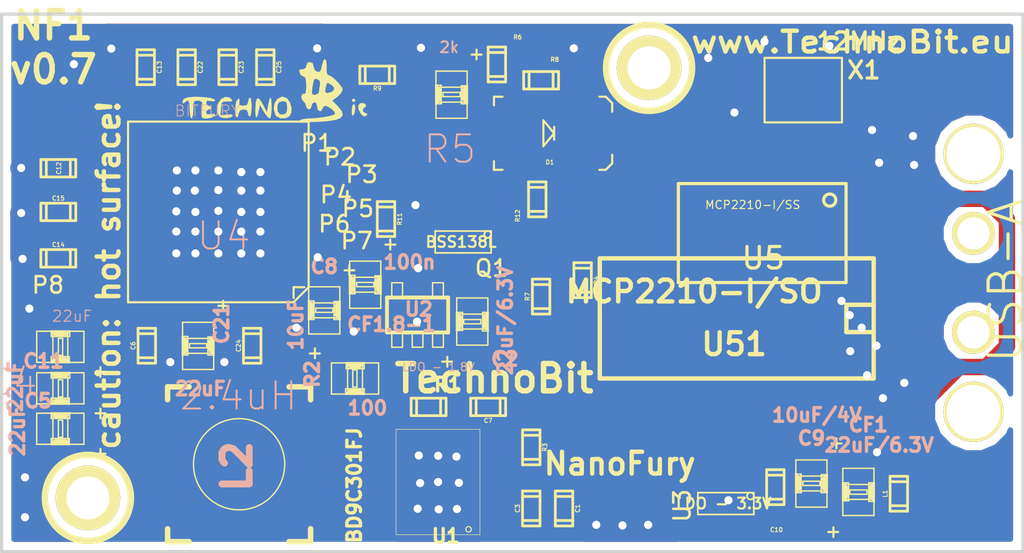
<source format=kicad_pcb>
(kicad_pcb (version 3) (host pcbnew "(2013-07-07 BZR 4022)-stable")
  (title_block (title "NanoFury NF1") (rev 0.5))
  (layers (15 F.Cu power hide) (0 B.Cu power hide) (19 F.Paste user) (21 F.SilkS user) (22 B.Mask user) (23 F.Mask user) (28 Edge.Cuts user))
  (net 0 "")
  (net 1 /INMISO)
  (net 2 /INMOSI)
  (net 3 /INSCK)
  (net 4 /LED)
  (net 5 /MISO)
  (net 6 /MOSI)
  (net 7 /OMISO)
  (net 8 /OMOSI)
  (net 9 /OSC1)
  (net 10 /OSC2)
  (net 11 /OSCK)
  (net 12 /OUTCLK)
  (net 13 /SCK)
  (net 14 /SCK_OVR)
  (net 15 0V8)
  (net 16 1.8V)
  (net 17 3.3V)
  (net 18 GND)
  (net 19 N-000001)
  (net 20 N-000002)
  (net 21 N-0000025)
  (net 22 N-0000027)
  (net 23 N-0000028)
  (net 24 N-0000032)
  (net 25 USB_5V)
  (net 26 USB_DM)
  (net 27 USB_DP)
  (net 28 V_EN)
  (module SSOP-20 (layer F.Cu) (at 133.2992 81.5848 180)
    (fp_text reference U5 (at 2.87 -4.77 180) (layer F.SilkS) (effects (font (size 1.00076 1.00076) (thickness 0.14986))))
    (fp_text value MCP2210-I/SS (at 3.3655 -2.286 180) (layer F.SilkS) (effects (font (size 0.381 0.381) (thickness 0.0508))))
    (pad 7 smd rect (at 3.9 0 180) (size 0.4064 1.651) (layers F.Cu F.Paste F.Mask))
    (pad 8 smd rect (at 4.55 0 180) (size 0.4064 1.651) (layers F.Cu F.Paste F.Mask))
    (pad 9 smd rect (at 5.2 0 180) (size 0.4064 1.651) (layers F.Cu F.Paste F.Mask) (net 6 /MOSI))
    (pad 10 smd rect (at 5.85 0 180) (size 0.4064 1.651) (layers F.Cu F.Paste F.Mask))
    (pad 17 smd rect (at 1.95 -7.2 180) (size 0.4064 1.651) (layers F.Cu F.Paste F.Mask) (net 17 3.3V))
    (pad 4 smd rect (at 1.95 0 180) (size 0.4064 1.651) (layers F.Cu F.Paste F.Mask) (net 17 3.3V))
    (pad 5 smd rect (at 2.6 0 180) (size 0.4064 1.651) (layers F.Cu F.Paste F.Mask) (net 4 /LED))
    (pad 6 smd rect (at 3.25 0 180) (size 0.4064 1.651) (layers F.Cu F.Paste F.Mask))
    (pad 11 smd rect (at 5.85 -7.2 180) (size 0.4064 1.651) (layers F.Cu F.Paste F.Mask) (net 13 /SCK))
    (pad 12 smd rect (at 5.2 -7.2 180) (size 0.4064 1.651) (layers F.Cu F.Paste F.Mask) (net 14 /SCK_OVR))
    (pad 13 smd rect (at 4.55 -7.2 180) (size 0.4064 1.651) (layers F.Cu F.Paste F.Mask) (net 5 /MISO))
    (pad 14 smd rect (at 3.9 -7.2 180) (size 0.4064 1.651) (layers F.Cu F.Paste F.Mask) (net 28 V_EN))
    (pad 15 smd rect (at 3.25 -7.2 180) (size 0.4064 1.651) (layers F.Cu F.Paste F.Mask))
    (pad 16 smd rect (at 2.6 -7.2 180) (size 0.4064 1.651) (layers F.Cu F.Paste F.Mask))
    (pad 18 smd rect (at 1.3 -7.2 180) (size 0.4064 1.651) (layers F.Cu F.Paste F.Mask) (net 26 USB_DM))
    (pad 19 smd rect (at 0.65 -7.2 180) (size 0.4064 1.651) (layers F.Cu F.Paste F.Mask) (net 27 USB_DP))
    (pad 20 smd rect (at 0 -7.2 180) (size 0.4064 1.651) (layers F.Cu F.Paste F.Mask) (net 18 GND))
    (pad 1 smd rect (at 0 0 180) (size 0.4064 1.651) (layers F.Cu F.Paste F.Mask) (net 17 3.3V))
    (pad 2 smd rect (at 0.65 0 180) (size 0.4064 1.651) (layers F.Cu F.Paste F.Mask) (net 9 /OSC1))
    (pad 3 smd rect (at 1.3 0 180) (size 0.4064 1.651) (layers F.Cu F.Paste F.Mask) (net 10 /OSC2))
  )
  (module SOT23-5 (layer F.Cu) (at 114.34572 88.99398)
    (fp_text reference U2 (at 0.05588 -0.27178) (layer B.SilkS) (effects (font (size 0.635 0.635) (thickness 0.1524))))
    (fp_text value "LDO - 1.8V" (at 0.97028 2.42062) (layer B.SilkS) (effects (font (size 0.381 0.381) (thickness 0.0508))))
    (pad 1 smd rect (at -0.94996 1.29794) (size 0.54864 1.19888) (layers F.Cu F.Paste F.Mask) (net 25 USB_5V))
    (pad 2 smd rect (at 0 1.29794) (size 0.54864 1.19888) (layers F.Cu F.Paste F.Mask) (net 18 GND))
    (pad 3 smd rect (at 0.94996 1.29794) (size 0.54864 1.19888) (layers F.Cu F.Paste F.Mask) (net 28 V_EN))
    (pad 4 smd rect (at 0.94996 -1.29794) (size 0.54864 1.19888) (layers F.Cu F.Paste F.Mask) (net 18 GND))
    (pad 5 smd rect (at -0.94996 -1.29794) (size 0.54864 1.19888) (layers F.Cu F.Paste F.Mask) (net 16 1.8V))
  )
  (module Hole2mm (layer F.Cu) (at 125.1136 77.5)
    (fp_text reference Hole2mm1 hide)
    (fp_text value P*** hide)
    (pad 1 thru_hole circle (at 0 0) (size 3 3) (drill 2) (layers *.Cu *.Mask F.SilkS))
  )
  (module Hole2mm (layer F.Cu) (at 99.0136 97.5)
    (fp_text reference Hole2mm hide)
    (fp_text value P*** hide)
    (pad 1 thru_hole circle (at 0 0) (size 3 3) (drill 2) (layers *.Cu *.Mask F.SilkS))
  )
  (module CSTCE_G15C (layer F.Cu) (at 132.2832 78.5368 180)
    (fp_text reference X1 (at -2.8194 0.9271 180) (layer F.SilkS) (effects (font (size 0.8 0.8))))
    (fp_text value 12MHz (at -2.5908 2.2733 180) (layer F.SilkS) (effects (font (size 0.8 0.8))))
    (pad 3 smd rect (at 1.2 0 180) (size 0.635 2) (layers F.Cu F.Paste F.Mask) (net 10 /OSC2))
    (pad 1 smd rect (at -1.2 0 180) (size 0.635 2) (layers F.Cu F.Paste F.Mask) (net 9 /OSC1))
    (pad 2 smd rect (at 0 0 180) (size 0.635 2) (layers F.Cu F.Paste F.Mask) (net 18 GND))
  )
  (module TP (layer F.Cu) (at 109.8296 81.0006)
    (fp_text reference P1 (at -0.1651 0) (layer F.SilkS) (effects (font (size 0.762 0.762) (thickness 0.11938))))
    (fp_text value TST hide)
    (pad 1 smd rect (at 0 0) (size 0.635 0.635) (layers F.Cu F.Paste F.Mask) (net 3 /INSCK))
  )
  (module TP (layer F.Cu) (at 110.6932 81.661)
    (fp_text reference P2 (at 0.0381 -0.0127) (layer F.SilkS) (effects (font (size 0.762 0.762) (thickness 0.11938))))
    (fp_text value TST hide)
    (pad 1 smd rect (at 0 0) (size 0.635 0.635) (layers F.Cu F.Paste F.Mask) (net 2 /INMOSI))
  )
  (module TP (layer F.Cu) (at 111.5568 82.423)
    (fp_text reference P3 (at 0.1905 0.0381) (layer F.SilkS) (effects (font (size 0.762 0.762) (thickness 0.11938))))
    (fp_text value TST hide)
    (pad 1 smd rect (at 0 0) (size 0.635 0.635) (layers F.Cu F.Paste F.Mask) (net 1 /INMISO))
  )
  (module TP (layer F.Cu) (at 110.57382 83.2866)
    (fp_text reference P4 (at -0.02032 0.1143) (layer F.SilkS) (effects (font (size 0.762 0.762) (thickness 0.11938))))
    (fp_text value TST hide)
    (pad 1 smd rect (at 0 0) (size 0.635 0.635) (layers F.Cu F.Paste F.Mask) (net 7 /OMISO))
  )
  (module TP (layer F.Cu) (at 111.5949 83.90382)
    (fp_text reference P5 (at -0.0254 0.14478) (layer F.SilkS) (effects (font (size 0.762 0.762) (thickness 0.11938))))
    (fp_text value TST hide)
    (pad 1 smd rect (at 0 0) (size 0.635 0.635) (layers F.Cu F.Paste F.Mask) (net 8 /OMOSI))
  )
  (module TP (layer F.Cu) (at 110.55858 84.61248)
    (fp_text reference P6 (at -0.08128 0.14732) (layer F.SilkS) (effects (font (size 0.762 0.762) (thickness 0.11938))))
    (fp_text value TST hide)
    (pad 1 smd rect (at 0 0) (size 0.635 0.635) (layers F.Cu F.Paste F.Mask) (net 11 /OSCK))
  )
  (module TP (layer F.Cu) (at 98.38944 88.06688)
    (fp_text reference P8 (at -1.23444 -0.46228) (layer F.SilkS) (effects (font (size 0.762 0.762) (thickness 0.11938))))
    (fp_text value TST hide)
    (pad 1 smd rect (at 0 0) (size 0.635 0.635) (layers F.Cu F.Paste F.Mask) (net 15 0V8))
  )
  (module TP (layer F.Cu) (at 111.57204 85.29066)
    (fp_text reference P7 (at -0.05334 0.25654) (layer F.SilkS) (effects (font (size 0.762 0.762) (thickness 0.11938))))
    (fp_text value TST hide)
    (pad 1 smd rect (at 0 0) (size 0.635 0.635) (layers F.Cu F.Paste F.Mask) (net 12 /OUTCLK))
  )
  (module 0805 (layer F.Cu) (at 97.7392 90.4748 180)
    (fp_text reference C4 (at 2.286 -1.651 180) (layer B.SilkS) (effects (font (size 1.27 1.27) (thickness 0.0889))))
    (fp_text value 22uF (at -0.5334 1.4224 180) (layer B.SilkS) (effects (font (size 0.508 0.508) (thickness 0.0508))))
    (pad 1 smd rect (at -0.89916 0 180) (size 1.09982 1.4986) (layers F.Cu F.Paste F.Mask) (net 15 0V8))
    (pad 2 smd rect (at 0.89916 0 180) (size 1.09982 1.4986) (layers F.Cu F.Paste F.Mask) (net 18 GND))
  )
  (module 0805 (layer F.Cu) (at 115.9256 78.74 270)
    (fp_text reference R5 (at 2.54 0.0762 360) (layer B.SilkS) (effects (font (size 1.27 1.27) (thickness 0.0889))))
    (fp_text value 2k (at -2.1971 0.1143 360) (layer B.SilkS) (effects (font (size 0.508 0.508) (thickness 0.0889))))
    (pad 1 smd rect (at -0.89916 0 270) (size 1.09982 1.4986) (layers F.Cu F.Paste F.Mask) (net 3 /INSCK))
    (pad 2 smd rect (at 0.89916 0 270) (size 1.09982 1.4986) (layers F.Cu F.Paste F.Mask) (net 14 /SCK_OVR))
  )
  (module HTSOP-J8 (layer F.Cu) (at 117.2464 99.2124 90)
    (fp_text reference U1 (at -0.0635 -1.5875 180) (layer F.SilkS) (effects (font (size 0.635 0.635) (thickness 0.1524))))
    (fp_text value BD9C301FJ (at 2.2987 -5.842 90) (layer F.SilkS) (effects (font (size 0.635 0.635) (thickness 0.1524))))
    (pad 4 smd rect (at 4.355 0.725 90) (size 0.55 1.2) (layers F.Cu F.Paste F.Mask) (net 19 N-000001))
    (pad 1 smd rect (at 0.545 0.725 90) (size 0.55 1.2) (layers F.Cu F.Paste F.Mask) (net 18 GND))
    (pad 2 smd rect (at 1.815 0.725 90) (size 0.55 1.2) (layers F.Cu F.Paste F.Mask) (net 25 USB_5V))
    (pad 3 smd rect (at 3.085 0.725 90) (size 0.55 1.2) (layers F.Cu F.Paste F.Mask) (net 18 GND))
    (pad 6 smd rect (at 3.085 -4.625 90) (size 0.55 1.2) (layers F.Cu F.Paste F.Mask) (net 28 V_EN))
    (pad 7 smd rect (at 1.815 -4.625 90) (size 0.55 1.2) (layers F.Cu F.Paste F.Mask) (net 20 N-000002))
    (pad 8 smd rect (at 0.545 -4.625 90) (size 0.55 1.2) (layers F.Cu F.Paste F.Mask) (net 20 N-000002))
    (pad 5 smd rect (at 4.355 -4.625 90) (size 0.55 1.2) (layers F.Cu F.Paste F.Mask) (net 23 N-0000028))
    (pad 9 smd rect (at 2.45 -1.95 90) (size 3.6 2.8) (layers F.Cu F.Paste F.Mask) (net 18 GND))
  )
  (module 2PLCC (layer F.Cu) (at 120.4976 80.5434 180)
    (fp_text reference D1 (at 0 -1.3462 180) (layer F.SilkS) (effects (font (size 0.20066 0.20066) (thickness 0.04064))))
    (fp_text value LED hide)
    (pad 1 smd rect (at 1.5 0 180) (size 1.5 2.6) (layers F.Cu F.Paste F.Mask) (net 21 N-0000025))
    (pad 2 smd rect (at -1.5 0 180) (size 1.5 2.6) (layers F.Cu F.Paste F.Mask) (net 18 GND))
  )
  (module 0603 (layer F.Cu) (at 119.9134 83.6168 270)
    (fp_text reference R12 (at 0.762 0.9144 270) (layer F.SilkS) (effects (font (size 0.20066 0.20066) (thickness 0.04064))))
    (fp_text value 1k hide)
    (pad 1 smd rect (at 0.75184 0 270) (size 0.89916 1.00076) (layers F.Cu F.Paste F.Mask) (net 4 /LED))
    (pad 2 smd rect (at -0.75184 0 270) (size 0.89916 1.00076) (layers F.Cu F.Paste F.Mask) (net 21 N-0000025))
  )
  (module 0603 (layer F.Cu) (at 130.9878 97.0026 90)
    (fp_text reference C10 (at -1.9812 0.0508 180) (layer F.SilkS) (effects (font (size 0.20066 0.20066) (thickness 0.04064))))
    (fp_text value 100n hide)
    (pad 1 smd rect (at 0.75184 0 90) (size 0.89916 1.00076) (layers F.Cu F.Paste F.Mask) (net 17 3.3V))
    (pad 2 smd rect (at -0.75184 0 90) (size 0.89916 1.00076) (layers F.Cu F.Paste F.Mask) (net 18 GND))
  )
  (module 0603 (layer F.Cu) (at 118.0338 77.343 90)
    (fp_text reference R6 (at 1.27 0.9652 180) (layer F.SilkS) (effects (font (size 0.20066 0.20066) (thickness 0.04064))))
    (fp_text value 2k hide)
    (pad 1 smd rect (at 0.75184 0 90) (size 0.89916 1.00076) (layers F.Cu F.Paste F.Mask) (net 18 GND))
    (pad 2 smd rect (at -0.75184 0 90) (size 0.89916 1.00076) (layers F.Cu F.Paste F.Mask) (net 2 /INMOSI))
  )
  (module 0603 (layer F.Cu) (at 112.4712 77.8256 180)
    (fp_text reference R9 (at 0 -0.635 180) (layer F.SilkS) (effects (font (size 0.20066 0.20066) (thickness 0.04064))))
    (fp_text value 2k hide)
    (pad 1 smd rect (at 0.75184 0 180) (size 0.89916 1.00076) (layers F.Cu F.Paste F.Mask) (net 18 GND))
    (pad 2 smd rect (at -0.75184 0 180) (size 0.89916 1.00076) (layers F.Cu F.Paste F.Mask) (net 3 /INSCK))
  )
  (module 0603 (layer F.Cu) (at 120.0912 78.0796)
    (fp_text reference R8 (at 0.635 -0.9652) (layer F.SilkS) (effects (font (size 0.20066 0.20066) (thickness 0.04064))))
    (fp_text value 2K hide)
    (pad 1 smd rect (at 0.75184 0) (size 0.89916 1.00076) (layers F.Cu F.Paste F.Mask) (net 6 /MOSI))
    (pad 2 smd rect (at -0.75184 0) (size 0.89916 1.00076) (layers F.Cu F.Paste F.Mask) (net 2 /INMOSI))
  )
  (module 0603 (layer F.Cu) (at 121.158 97.9932 270)
    (fp_text reference C1 (at 0 -0.635 270) (layer F.SilkS) (effects (font (size 0.20066 0.20066) (thickness 0.04064))))
    (fp_text value 100nF hide)
    (pad 1 smd rect (at 0.75184 0 270) (size 0.89916 1.00076) (layers F.Cu F.Paste F.Mask) (net 18 GND))
    (pad 2 smd rect (at -0.75184 0 270) (size 0.89916 1.00076) (layers F.Cu F.Paste F.Mask) (net 25 USB_5V))
  )
  (module 0603 (layer F.Cu) (at 136.7282 97.3074 90)
    (fp_text reference L1 (at 0 -0.635 90) (layer F.SilkS) (effects (font (size 0.20066 0.20066) (thickness 0.04064))))
    (fp_text value 10R@100MHz hide)
    (pad 1 smd rect (at 0.75184 0 90) (size 0.89916 1.00076) (layers F.Cu F.Paste F.Mask) (net 24 N-0000032))
    (pad 2 smd rect (at -0.75184 0 90) (size 0.89916 1.00076) (layers F.Cu F.Paste F.Mask) (net 25 USB_5V))
  )
  (module 0603 (layer F.Cu) (at 122.0216 87.376 270)
    (fp_text reference R4 (at 0 -0.635 270) (layer F.SilkS) (effects (font (size 0.20066 0.20066) (thickness 0.04064))))
    (fp_text value 2k hide)
    (pad 1 smd rect (at 0.75184 0 270) (size 0.89916 1.00076) (layers F.Cu F.Paste F.Mask) (net 5 /MISO))
    (pad 2 smd rect (at -0.75184 0 270) (size 0.89916 1.00076) (layers F.Cu F.Paste F.Mask) (net 17 3.3V))
  )
  (module 0603 (layer F.Cu) (at 119.634 95.1484 270)
    (fp_text reference R3 (at 0 -0.635 270) (layer F.SilkS) (effects (font (size 0.20066 0.20066) (thickness 0.04064))))
    (fp_text value 2.4k hide)
    (pad 1 smd rect (at 0.75184 0 270) (size 0.89916 1.00076) (layers F.Cu F.Paste F.Mask) (net 18 GND))
    (pad 2 smd rect (at -0.75184 0 270) (size 0.89916 1.00076) (layers F.Cu F.Paste F.Mask) (net 19 N-000001))
  )
  (module 0603 (layer F.Cu) (at 114.8588 93.2688)
    (fp_text reference R1 (at 0.889 -1.0287) (layer F.SilkS) (effects (font (size 0.635 0.635) (thickness 0.1524))))
    (fp_text value 13k hide)
    (pad 1 smd rect (at 0.75184 0) (size 0.89916 1.00076) (layers F.Cu F.Paste F.Mask) (net 22 N-0000027))
    (pad 2 smd rect (at -0.75184 0) (size 0.89916 1.00076) (layers F.Cu F.Paste F.Mask) (net 23 N-0000028))
  )
  (module 0603 (layer F.Cu) (at 107.2642 77.47 270)
    (fp_text reference C25 (at 0 -0.635 270) (layer F.SilkS) (effects (font (size 0.20066 0.20066) (thickness 0.04064))))
    (fp_text value 100nF hide)
    (pad 1 smd rect (at 0.75184 0 270) (size 0.89916 1.00076) (layers F.Cu F.Paste F.Mask) (net 15 0V8))
    (pad 2 smd rect (at -0.75184 0 270) (size 0.89916 1.00076) (layers F.Cu F.Paste F.Mask) (net 18 GND))
  )
  (module 0603 (layer F.Cu) (at 106.6546 90.424 90)
    (fp_text reference C24 (at 0 -0.635 90) (layer F.SilkS) (effects (font (size 0.20066 0.20066) (thickness 0.04064))))
    (fp_text value 100nF hide)
    (pad 1 smd rect (at 0.75184 0 90) (size 0.89916 1.00076) (layers F.Cu F.Paste F.Mask) (net 15 0V8))
    (pad 2 smd rect (at -0.75184 0 90) (size 0.89916 1.00076) (layers F.Cu F.Paste F.Mask) (net 18 GND))
  )
  (module 0603 (layer F.Cu) (at 105.5116 77.47 270)
    (fp_text reference C23 (at 0 -0.635 270) (layer F.SilkS) (effects (font (size 0.20066 0.20066) (thickness 0.04064))))
    (fp_text value 100nF hide)
    (pad 1 smd rect (at 0.75184 0 270) (size 0.89916 1.00076) (layers F.Cu F.Paste F.Mask) (net 15 0V8))
    (pad 2 smd rect (at -0.75184 0 270) (size 0.89916 1.00076) (layers F.Cu F.Paste F.Mask) (net 18 GND))
  )
  (module 0603 (layer F.Cu) (at 103.6066 77.47 270)
    (fp_text reference C22 (at 0 -0.635 270) (layer F.SilkS) (effects (font (size 0.20066 0.20066) (thickness 0.04064))))
    (fp_text value 100nF hide)
    (pad 1 smd rect (at 0.75184 0 270) (size 0.89916 1.00076) (layers F.Cu F.Paste F.Mask) (net 15 0V8))
    (pad 2 smd rect (at -0.75184 0 270) (size 0.89916 1.00076) (layers F.Cu F.Paste F.Mask) (net 18 GND))
  )
  (module 0603 (layer F.Cu) (at 97.6376 84.201)
    (fp_text reference C15 (at 0 -0.635) (layer F.SilkS) (effects (font (size 0.20066 0.20066) (thickness 0.04064))))
    (fp_text value 100nF hide)
    (pad 1 smd rect (at 0.75184 0) (size 0.89916 1.00076) (layers F.Cu F.Paste F.Mask) (net 15 0V8))
    (pad 2 smd rect (at -0.75184 0) (size 0.89916 1.00076) (layers F.Cu F.Paste F.Mask) (net 18 GND))
  )
  (module 0603 (layer F.Cu) (at 97.6376 86.36)
    (fp_text reference C14 (at 0 -0.635) (layer F.SilkS) (effects (font (size 0.20066 0.20066) (thickness 0.04064))))
    (fp_text value 100nF hide)
    (pad 1 smd rect (at 0.75184 0) (size 0.89916 1.00076) (layers F.Cu F.Paste F.Mask) (net 15 0V8))
    (pad 2 smd rect (at -0.75184 0) (size 0.89916 1.00076) (layers F.Cu F.Paste F.Mask) (net 18 GND))
  )
  (module 0603 (layer F.Cu) (at 101.7016 77.47 270)
    (fp_text reference C13 (at 0 -0.635 270) (layer F.SilkS) (effects (font (size 0.20066 0.20066) (thickness 0.04064))))
    (fp_text value 100nF hide)
    (pad 1 smd rect (at 0.75184 0 270) (size 0.89916 1.00076) (layers F.Cu F.Paste F.Mask) (net 15 0V8))
    (pad 2 smd rect (at -0.75184 0 270) (size 0.89916 1.00076) (layers F.Cu F.Paste F.Mask) (net 18 GND))
  )
  (module 0603 (layer F.Cu) (at 97.6376 82.169)
    (fp_text reference C12 (at 0.0254 0 90) (layer F.SilkS) (effects (font (size 0.20066 0.20066) (thickness 0.04064))))
    (fp_text value 100nF hide)
    (pad 1 smd rect (at 0.75184 0) (size 0.89916 1.00076) (layers F.Cu F.Paste F.Mask) (net 15 0V8))
    (pad 2 smd rect (at -0.75184 0) (size 0.89916 1.00076) (layers F.Cu F.Paste F.Mask) (net 18 GND))
  )
  (module 0603 (layer F.Cu) (at 117.6274 93.2688 180)
    (fp_text reference C7 (at 0 -0.635 180) (layer F.SilkS) (effects (font (size 0.20066 0.20066) (thickness 0.04064))))
    (fp_text value 1.1n hide)
    (pad 1 smd rect (at 0.75184 0 180) (size 0.89916 1.00076) (layers F.Cu F.Paste F.Mask) (net 22 N-0000027))
    (pad 2 smd rect (at -0.75184 0 180) (size 0.89916 1.00076) (layers F.Cu F.Paste F.Mask) (net 18 GND))
  )
  (module 0603 (layer F.Cu) (at 101.7524 90.424 90)
    (fp_text reference C6 (at 0 -0.635 90) (layer F.SilkS) (effects (font (size 0.20066 0.20066) (thickness 0.04064))))
    (fp_text value 100nF hide)
    (pad 1 smd rect (at 0.75184 0 90) (size 0.89916 1.00076) (layers F.Cu F.Paste F.Mask) (net 15 0V8))
    (pad 2 smd rect (at -0.75184 0 90) (size 0.89916 1.00076) (layers F.Cu F.Paste F.Mask) (net 18 GND))
  )
  (module 0603 (layer F.Cu) (at 119.634 97.9932 90)
    (fp_text reference C3 (at 0 -0.635 90) (layer F.SilkS) (effects (font (size 0.20066 0.20066) (thickness 0.04064))))
    (fp_text value 100nF hide)
    (pad 1 smd rect (at 0.75184 0 90) (size 0.89916 1.00076) (layers F.Cu F.Paste F.Mask) (net 25 USB_5V))
    (pad 2 smd rect (at -0.75184 0 90) (size 0.89916 1.00076) (layers F.Cu F.Paste F.Mask) (net 18 GND))
  )
  (module 0603 (layer F.Cu) (at 120.0912 88.138 90)
    (fp_text reference R7 (at 0 -0.635 90) (layer F.SilkS) (effects (font (size 0.20066 0.20066) (thickness 0.04064))))
    (fp_text value 1k hide)
    (pad 1 smd rect (at 0.75184 0 90) (size 0.89916 1.00076) (layers F.Cu F.Paste F.Mask) (net 14 /SCK_OVR))
    (pad 2 smd rect (at -0.75184 0 90) (size 0.89916 1.00076) (layers F.Cu F.Paste F.Mask) (net 13 /SCK))
  )
  (module 0603 (layer F.Cu) (at 112.8776 84.5312 270)
    (fp_text reference R11 (at 0 -0.635 270) (layer F.SilkS) (effects (font (size 0.20066 0.20066) (thickness 0.04064))))
    (fp_text value 1k hide)
    (pad 1 smd rect (at 0.75184 0 270) (size 0.89916 1.00076) (layers F.Cu F.Paste F.Mask) (net 12 /OUTCLK))
    (pad 2 smd rect (at -0.75184 0 270) (size 0.89916 1.00076) (layers F.Cu F.Paste F.Mask) (net 18 GND))
  )
  (module SOT23 (layer F.Cu) (at 116.4336 85.598 180)
    (fp_text reference Q1 (at -1.3462 -1.2192 180) (layer F.SilkS) (effects (font (size 0.762 0.762) (thickness 0.11938))))
    (fp_text value BSS138L (at 0.0635 0 180) (layer F.SilkS) (effects (font (size 0.50038 0.50038) (thickness 0.09906))))
    (pad 3 smd rect (at 0 -1.09982 180) (size 0.8001 1.00076) (layers F.Cu F.Paste F.Mask) (net 5 /MISO))
    (pad 2 smd rect (at 0.9525 1.09982 180) (size 0.8001 1.00076) (layers F.Cu F.Paste F.Mask) (net 1 /INMISO))
    (pad 1 smd rect (at -0.9525 1.09982 180) (size 0.8001 1.00076) (layers F.Cu F.Paste F.Mask) (net 16 1.8V))
  )
  (module 0805 (layer F.Cu) (at 104.14 90.424 270)
    (fp_text reference C21 (at -1.016 -1.0922 270) (layer B.SilkS) (effects (font (size 0.635 0.635) (thickness 0.15875))))
    (fp_text value 22uF (at 2 -0.1 360) (layer B.SilkS) (effects (font (size 0.635 0.635) (thickness 0.1524))))
    (pad 1 smd rect (at -0.89916 0 270) (size 1.09982 1.4986) (layers F.Cu F.Paste F.Mask) (net 15 0V8))
    (pad 2 smd rect (at 0.89916 0 270) (size 1.09982 1.4986) (layers F.Cu F.Paste F.Mask) (net 18 GND))
  )
  (module 0805 (layer F.Cu) (at 97.7392 92.4052 180)
    (fp_text reference C11 (at 0.7874 1.27 180) (layer B.SilkS) (effects (font (size 0.635 0.635) (thickness 0.15875))))
    (fp_text value 22uF (at 2.0955 0.0762 270) (layer B.SilkS) (effects (font (size 0.635 0.635) (thickness 0.1524))))
    (pad 1 smd rect (at -0.89916 0 180) (size 1.09982 1.4986) (layers F.Cu F.Paste F.Mask) (net 15 0V8))
    (pad 2 smd rect (at 0.89916 0 180) (size 1.09982 1.4986) (layers F.Cu F.Paste F.Mask) (net 18 GND))
  )
  (module 0805 (layer F.Cu) (at 97.7392 94.2848 180)
    (fp_text reference C5 (at 1.0414 1.2954 180) (layer B.SilkS) (effects (font (size 0.635 0.635) (thickness 0.15875))))
    (fp_text value 22uF (at 2 -0.1 270) (layer B.SilkS) (effects (font (size 0.635 0.635) (thickness 0.1524))))
    (pad 1 smd rect (at -0.89916 0 180) (size 1.09982 1.4986) (layers F.Cu F.Paste F.Mask) (net 15 0V8))
    (pad 2 smd rect (at 0.89916 0 180) (size 1.09982 1.4986) (layers F.Cu F.Paste F.Mask) (net 18 GND))
  )
  (module 0805 (layer F.Cu) (at 111.4298 91.948)
    (fp_text reference R2 (at -1.9812 -0.2032 90) (layer B.SilkS) (effects (font (size 0.635 0.635) (thickness 0.15875))))
    (fp_text value 100 (at 0.5842 1.3716) (layer B.SilkS) (effects (font (size 0.635 0.635) (thickness 0.1524))))
    (pad 1 smd rect (at -0.89916 0) (size 1.09982 1.4986) (layers F.Cu F.Paste F.Mask) (net 15 0V8))
    (pad 2 smd rect (at 0.89916 0) (size 1.09982 1.4986) (layers F.Cu F.Paste F.Mask) (net 19 N-000001))
  )
  (module 0805 (layer F.Cu) (at 116.8908 89.3064 90)
    (fp_text reference C2 (at -1.7399 1.5113 180) (layer B.SilkS) (effects (font (size 0.635 0.635) (thickness 0.15875))))
    (fp_text value 22uF/6.3V (at 0.0508 1.5367 90) (layer B.SilkS) (effects (font (size 0.635 0.635) (thickness 0.1524))))
    (pad 1 smd rect (at -0.89916 0 90) (size 1.09982 1.4986) (layers F.Cu F.Paste F.Mask) (net 25 USB_5V))
    (pad 2 smd rect (at 0.89916 0 90) (size 1.09982 1.4986) (layers F.Cu F.Paste F.Mask) (net 18 GND))
  )
  (module 0805 (layer F.Cu) (at 134.8486 97.2312 90)
    (fp_text reference CF1 (at 3.1242 0.4572 180) (layer B.SilkS) (effects (font (size 0.635 0.635) (thickness 0.15875))))
    (fp_text value 22uF/6.3V (at 2.1844 0.9652 180) (layer B.SilkS) (effects (font (size 0.635 0.635) (thickness 0.1524))))
    (pad 1 smd rect (at -0.89916 0 90) (size 1.09982 1.4986) (layers F.Cu F.Paste F.Mask) (net 25 USB_5V))
    (pad 2 smd rect (at 0.89916 0 90) (size 1.09982 1.4986) (layers F.Cu F.Paste F.Mask) (net 18 GND))
  )
  (module 0805 (layer F.Cu) (at 110.0074 88.773 270)
    (fp_text reference C8 (at -2.032 0 360) (layer B.SilkS) (effects (font (size 0.635 0.635) (thickness 0.15875))))
    (fp_text value 10uF (at 0.6858 1.3208 270) (layer B.SilkS) (effects (font (size 0.635 0.635) (thickness 0.1524))))
    (pad 1 smd rect (at -0.89916 0 270) (size 1.09982 1.4986) (layers F.Cu F.Paste F.Mask) (net 16 1.8V))
    (pad 2 smd rect (at 0.89916 0 270) (size 1.09982 1.4986) (layers F.Cu F.Paste F.Mask) (net 18 GND))
  )
  (module 0805 (layer F.Cu) (at 132.6642 96.8248 270)
    (fp_text reference C9 (at -2.1 0 360) (layer B.SilkS) (effects (font (size 0.635 0.635) (thickness 0.15875))))
    (fp_text value 10uF/4V (at -3.175 -0.254 360) (layer B.SilkS) (effects (font (size 0.635 0.635) (thickness 0.1524))))
    (pad 1 smd rect (at -0.89916 0 270) (size 1.09982 1.4986) (layers F.Cu F.Paste F.Mask) (net 17 3.3V))
    (pad 2 smd rect (at 0.89916 0 270) (size 1.09982 1.4986) (layers F.Cu F.Paste F.Mask) (net 18 GND))
  )
  (module 0805 (layer F.Cu) (at 111.9124 87.5792 270)
    (fp_text reference CF1.8-1 (at 1.8542 -1.2192 360) (layer B.SilkS) (effects (font (size 0.635 0.635) (thickness 0.15875))))
    (fp_text value 100n (at -1.0414 -2.0574 360) (layer B.SilkS) (effects (font (size 0.635 0.635) (thickness 0.1524))))
    (pad 1 smd rect (at -0.89916 0 270) (size 1.09982 1.4986) (layers F.Cu F.Paste F.Mask) (net 16 1.8V))
    (pad 2 smd rect (at 0.89916 0 270) (size 1.09982 1.4986) (layers F.Cu F.Paste F.Mask) (net 18 GND))
  )
  (module CNC-1001-011-01101 (layer F.Cu) (at 140.2 87.5 270)
    (fp_text reference CN1 hide)
    (fp_text value USB-A (at -0.0986 -1.4939 270) (layer F.SilkS) (effects (font (size 1.5 1.5))))
    (pad 5 smd rect (at 3.5 2.8 270) (size 1.1 2.3) (layers F.Cu F.Paste F.Mask) (net 18 GND))
    (pad 3 smd rect (at 1 2.8 270) (size 1.1 2.3) (layers F.Cu F.Paste F.Mask) (net 27 USB_DP))
    (pad 1 smd rect (at -3.5 2.8 270) (size 1.1 2.3) (layers F.Cu F.Paste F.Mask) (net 24 N-0000032))
    (pad "" thru_hole circle (at -6 0 270) (size 2.8 2.8) (drill 2.5) (layers *.Cu *.Mask F.SilkS))
    (pad "" thru_hole circle (at 6 0 270) (size 2.8 2.8) (drill 2.5) (layers *.Cu *.Mask F.SilkS))
    (pad "" thru_hole circle (at -2.3 0 270) (size 2 2) (drill 1.5) (layers *.Cu *.Mask F.SilkS))
    (pad "" thru_hole circle (at 2.3 0 270) (size 2 2) (drill 1.5) (layers *.Cu *.Mask F.SilkS))
    (pad 2 smd rect (at -1 2.8 270) (size 1.1 2.3) (layers F.Cu F.Paste F.Mask) (net 26 USB_DM))
  )
  (module QFN48 (layer F.Cu) (at 105.0798 84.201 180)
    (fp_text reference U4 (at -0.254 -1.1176 180) (layer B.SilkS) (effects (font (size 1.27 1.27) (thickness 0.0889))))
    (fp_text value BITFURY (at 0.508 4.699 180) (layer B.SilkS) (effects (font (size 0.508 0.508) (thickness 0.0381))))
    (pad 13 smd rect (at -2.75 3.55 180) (size 0.3 1) (layers F.Cu F.Paste F.Mask) (net 15 0V8))
    (pad 25 smd rect (at 3.55 2.75 180) (size 1 0.3) (layers F.Cu F.Paste F.Mask) (net 15 0V8))
    (pad 26 smd rect (at 3.55 2.25 180) (size 1 0.3) (layers F.Cu F.Paste F.Mask) (net 15 0V8))
    (pad 28 smd rect (at 3.55 1.25 180) (size 1 0.3) (layers F.Cu F.Paste F.Mask) (net 15 0V8))
    (pad 27 smd rect (at 3.55 1.75 180) (size 1 0.3) (layers F.Cu F.Paste F.Mask) (net 15 0V8))
    (pad 29 smd rect (at 3.55 0.75 180) (size 1 0.3) (layers F.Cu F.Paste F.Mask) (net 15 0V8))
    (pad 30 smd rect (at 3.55 0.25 180) (size 1 0.3) (layers F.Cu F.Paste F.Mask) (net 15 0V8))
    (pad 36 smd rect (at 3.55 -2.75 180) (size 1 0.3) (layers F.Cu F.Paste F.Mask) (net 15 0V8))
    (pad 35 smd rect (at 3.55 -2.25 180) (size 1 0.3) (layers F.Cu F.Paste F.Mask) (net 15 0V8))
    (pad 33 smd rect (at 3.55 -1.25 180) (size 1 0.3) (layers F.Cu F.Paste F.Mask) (net 15 0V8))
    (pad 34 smd rect (at 3.55 -1.75 180) (size 1 0.3) (layers F.Cu F.Paste F.Mask) (net 15 0V8))
    (pad 32 smd rect (at 3.55 -0.75 180) (size 1 0.3) (layers F.Cu F.Paste F.Mask) (net 15 0V8))
    (pad 31 smd rect (at 3.55 -0.25 180) (size 1 0.3) (layers F.Cu F.Paste F.Mask) (net 15 0V8))
    (pad 1 smd rect (at -3.55 -2.75 180) (size 1 0.3) (layers F.Cu F.Paste F.Mask) (net 18 GND))
    (pad 3 smd rect (at -3.55 -1.748 180) (size 1 0.3) (layers F.Cu F.Paste F.Mask) (net 18 GND))
    (pad 2 smd rect (at -3.55 -2.25 180) (size 1 0.3) (layers F.Cu F.Paste F.Mask) (net 18 GND))
    (pad 5 smd rect (at -3.55 -0.75 180) (size 1 0.3) (layers F.Cu F.Paste F.Mask) (net 12 /OUTCLK))
    (pad 6 smd rect (at -3.55 -0.25 180) (size 1 0.3) (layers F.Cu F.Paste F.Mask) (net 11 /OSCK))
    (pad 4 smd rect (at -3.55 -1.25 180) (size 1 0.3) (layers F.Cu F.Paste F.Mask) (net 16 1.8V))
    (pad 10 smd rect (at -3.55 1.75 180) (size 1 0.3) (layers F.Cu F.Paste F.Mask) (net 2 /INMOSI))
    (pad 12 smd rect (at -3.55 2.75 180) (size 1 0.3) (layers F.Cu F.Paste F.Mask) (net 18 GND))
    (pad 11 smd rect (at -3.55 2.25 180) (size 1 0.3) (layers F.Cu F.Paste F.Mask) (net 3 /INSCK))
    (pad 8 smd rect (at -3.55 0.75 180) (size 1 0.3) (layers F.Cu F.Paste F.Mask) (net 7 /OMISO))
    (pad 9 smd rect (at -3.55 1.25 180) (size 1 0.3) (layers F.Cu F.Paste F.Mask) (net 1 /INMISO))
    (pad 7 smd rect (at -3.55 0.25 180) (size 1 0.3) (layers F.Cu F.Paste F.Mask) (net 8 /OMOSI))
    (pad 49 smd rect (at 0 0 180) (size 5 5) (layers F.Cu F.Mask) (net 18 GND))
    (pad 47 smd rect (at -2.25 -3.55 180) (size 0.3 1) (layers F.Cu F.Paste F.Mask) (net 15 0V8))
    (pad 48 smd rect (at -2.75 -3.55 180) (size 0.3 1) (layers F.Cu F.Paste F.Mask) (net 15 0V8))
    (pad 45 smd rect (at -1.25 -3.55 180) (size 0.3 1) (layers F.Cu F.Paste F.Mask) (net 15 0V8))
    (pad 44 smd rect (at -0.75 -3.55 180) (size 0.3 1) (layers F.Cu F.Paste F.Mask) (net 15 0V8))
    (pad 46 smd rect (at -1.75 -3.55 180) (size 0.3 1) (layers F.Cu F.Paste F.Mask) (net 15 0V8))
    (pad 39 smd rect (at 1.75 -3.55 180) (size 0.3 1) (layers F.Cu F.Paste F.Mask) (net 15 0V8))
    (pad 37 smd rect (at 2.75 -3.55 180) (size 0.3 1) (layers F.Cu F.Paste F.Mask) (net 15 0V8))
    (pad 38 smd rect (at 2.25 -3.55 180) (size 0.3 1) (layers F.Cu F.Paste F.Mask) (net 15 0V8))
    (pad 41 smd rect (at 0.75 -3.55 180) (size 0.3 1) (layers F.Cu F.Paste F.Mask) (net 15 0V8))
    (pad 40 smd rect (at 1.25 -3.55 180) (size 0.3 1) (layers F.Cu F.Paste F.Mask) (net 15 0V8))
    (pad 42 smd rect (at 0.25 -3.55 180) (size 0.3 1) (layers F.Cu F.Paste F.Mask) (net 15 0V8))
    (pad 43 smd rect (at -0.25 -3.55 180) (size 0.3 1) (layers F.Cu F.Paste F.Mask) (net 15 0V8))
    (pad 14 smd rect (at -2.25 3.55 180) (size 0.3 1) (layers F.Cu F.Paste F.Mask) (net 15 0V8))
    (pad 16 smd rect (at -1.25 3.55 180) (size 0.3 1) (layers F.Cu F.Paste F.Mask) (net 15 0V8))
    (pad 17 smd rect (at -0.75 3.55 180) (size 0.3 1) (layers F.Cu F.Paste F.Mask) (net 15 0V8))
    (pad 15 smd rect (at -1.75 3.55 180) (size 0.3 1) (layers F.Cu F.Paste F.Mask) (net 15 0V8))
    (pad 22 smd rect (at 1.75 3.55 180) (size 0.3 1) (layers F.Cu F.Paste F.Mask) (net 15 0V8))
    (pad 24 smd rect (at 2.75 3.55 180) (size 0.3 1) (layers F.Cu F.Paste F.Mask) (net 15 0V8))
    (pad 23 smd rect (at 2.25 3.55 180) (size 0.3 1) (layers F.Cu F.Paste F.Mask) (net 15 0V8))
    (pad 20 smd rect (at 0.75 3.55 180) (size 0.3 1) (layers F.Cu F.Paste F.Mask) (net 15 0V8))
    (pad 21 smd rect (at 1.25 3.55 180) (size 0.3 1) (layers F.Cu F.Paste F.Mask) (net 15 0V8))
    (pad 19 smd rect (at 0.25 3.55 180) (size 0.3 1) (layers F.Cu F.Paste F.Mask) (net 15 0V8))
    (pad 18 smd rect (at -0.25 3.55 180) (size 0.3 1) (layers F.Cu F.Paste F.Mask) (net 15 0V8))
    (pad 49 smd rect (at -1.125 -1.125 180) (size 2 2) (layers F.Cu F.Paste F.Mask) (net 18 GND))
    (pad 49 smd rect (at -1.125 1.125 180) (size 2 2) (layers F.Cu F.Paste F.Mask) (net 18 GND))
    (pad 49 smd rect (at 1.125 -1.125 180) (size 2 2) (layers F.Cu F.Paste F.Mask) (net 18 GND))
    (pad 49 smd rect (at 1.125 1.125 180) (size 2 2) (layers F.Cu F.Paste F.Mask) (net 18 GND))
  )
  (module SOT23 (layer F.Cu) (at 128.651 97.7646 180)
    (fp_text reference U3 (at 1.99898 -0.09906 270) (layer F.SilkS) (effects (font (size 0.762 0.762) (thickness 0.11938))))
    (fp_text value "LDO - 3.3V" (at 0.0635 0 180) (layer F.SilkS) (effects (font (size 0.50038 0.50038) (thickness 0.09906))))
    (pad 3 smd rect (at 0 -1.09982 180) (size 0.8001 1.00076) (layers F.Cu F.Paste F.Mask) (net 25 USB_5V))
    (pad 2 smd rect (at 0.9525 1.09982 180) (size 0.8001 1.00076) (layers F.Cu F.Paste F.Mask) (net 17 3.3V))
    (pad 1 smd rect (at -0.9525 1.09982 180) (size 0.8001 1.00076) (layers F.Cu F.Paste F.Mask) (net 18 GND))
  )
  (module 0630 (layer F.Cu) (at 106.045 95.9358 270)
    (fp_text reference L2 (at 0.1 0.1 270) (layer B.SilkS) (effects (font (size 1.27 1.27) (thickness 0.3175))))
    (fp_text value 2.4uH (at -3.175 0.0254 360) (layer B.SilkS) (effects (font (size 1.27 1.27) (thickness 0.0889))))
    (pad 1 smd rect (at 0 -2.35 270) (size 5.7 2.35) (layers F.Cu F.Paste F.Mask) (net 20 N-000002))
    (pad 2 smd rect (at 0 2.35 270) (size 5.7 2.35) (layers F.Cu F.Paste F.Mask) (net 15 0V8))
  )
  (module SOIC20 (layer F.Cu) (at 129.2098 89.154 180)
    (fp_text reference U51 (at 0.14 -1.2 180) (layer F.SilkS) (effects (font (size 1.016 1.016) (thickness 0.2032))))
    (fp_text value MCP2210-I/SO (at 2 1.25 180) (layer F.SilkS) (effects (font (size 1.016 1.016) (thickness 0.2032))))
    (pad 1 smd rect (at -5.715 4.7 180) (size 0.762 2) (layers F.Cu F.Paste F.Mask) (net 17 3.3V))
    (pad 2 smd rect (at -4.445 4.7 180) (size 0.762 2) (layers F.Cu F.Paste F.Mask) (net 9 /OSC1))
    (pad 3 smd rect (at -3.175 4.7 180) (size 0.762 2) (layers F.Cu F.Paste F.Mask) (net 10 /OSC2))
    (pad 4 smd rect (at -1.905 4.7 180) (size 0.762 2) (layers F.Cu F.Paste F.Mask) (net 17 3.3V))
    (pad 5 smd rect (at -0.635 4.7 180) (size 0.762 2) (layers F.Cu F.Paste F.Mask) (net 4 /LED))
    (pad 6 smd rect (at 0.635 4.7 180) (size 0.762 2) (layers F.Cu F.Paste F.Mask))
    (pad 7 smd rect (at 1.905 4.7 180) (size 0.762 2) (layers F.Cu F.Paste F.Mask))
    (pad 8 smd rect (at 3.175 4.7 180) (size 0.762 2) (layers F.Cu F.Paste F.Mask))
    (pad 9 smd rect (at 4.445 4.7 180) (size 0.762 2) (layers F.Cu F.Paste F.Mask) (net 6 /MOSI))
    (pad 10 smd rect (at 5.715 4.7 180) (size 0.762 2) (layers F.Cu F.Paste F.Mask))
    (pad 20 smd rect (at -5.715 -4.7 180) (size 0.762 2) (layers F.Cu F.Paste F.Mask) (net 18 GND))
    (pad 19 smd rect (at -4.445 -4.7 180) (size 0.762 2) (layers F.Cu F.Paste F.Mask) (net 27 USB_DP))
    (pad 18 smd rect (at -3.175 -4.7 180) (size 0.762 2) (layers F.Cu F.Paste F.Mask) (net 26 USB_DM))
    (pad 17 smd rect (at -1.905 -4.7 180) (size 0.762 2) (layers F.Cu F.Paste F.Mask) (net 17 3.3V))
    (pad 16 smd rect (at -0.635 -4.7 180) (size 0.762 2) (layers F.Cu F.Paste F.Mask))
    (pad 15 smd rect (at 0.635 -4.7 180) (size 0.762 2) (layers F.Cu F.Paste F.Mask))
    (pad 14 smd rect (at 1.905 -4.7 180) (size 0.762 2) (layers F.Cu F.Paste F.Mask) (net 28 V_EN))
    (pad 13 smd rect (at 3.175 -4.7 180) (size 0.762 2) (layers F.Cu F.Paste F.Mask) (net 5 /MISO))
    (pad 12 smd rect (at 4.445 -4.7 180) (size 0.762 2) (layers F.Cu F.Paste F.Mask) (net 14 /SCK_OVR))
    (pad 11 smd rect (at 5.715 -4.7 180) (size 0.762 2) (layers F.Cu F.Paste F.Mask) (net 13 /SCK))
  )
  (module TechnoBit-LOGO (layer F.Cu) (at 107.6452 78.5876)
    (fp_text reference LOGO*** hide)
    (fp_text value LOGO hide)
  )
  (gr_text www.TechnoBit.eu (at 134.5692 76.3016) (layer F.SilkS) (effects (font (size 0.9652 1.143) (thickness 0.2032))))
  (gr_text TechnoBit (at 117.9068 91.948) (layer F.SilkS) (effects (font (size 1.27 1.27) (thickness 0.254))))
  (gr_text "caution: hot surface!" (at 99.9744 87.1474 90) (layer F.SilkS) (effects (font (size 1.016 1.016) (thickness 0.2032))))
  (gr_text "NF1\nV0.7" (at 139.4841 96.9391) (layer F.Cu) (effects (font (size 1.016 1.016) (thickness 0.254))))
  (gr_text NanoFury (at 123.7488 95.9104) (layer F.SilkS) (effects (font (size 1.016 1.016) (thickness 0.2032))))
  (gr_text "NF1\nv0.7" (at 97.409 76.5556) (layer F.SilkS) (effects (font (size 1.27 1.27) (thickness 0.254))))
  (gr_line (start 142.5 75) (end 95 75) (angle 90) (layer Edge.Cuts) (width 0.15))
  (gr_line (start 95 100) (end 95 75) (angle 90) (layer Edge.Cuts) (width 0.15))
  (gr_line (start 142.5 75) (end 142.5 100) (angle 90) (layer Edge.Cuts) (width 0.15))
  (gr_line (start 142.5 100) (end 95 100) (angle 90) (layer Edge.Cuts) (width 0.15))
  (segment (start 108.6298 82.951) (end 109.835 82.951) (width 0.254) (layer F.Cu) (net 1))
  (segment (start 110.363 82.423) (end 111.5568 82.423) (width 0.254) (layer F.Cu) (net 1))
  (segment (start 109.835 82.951) (end 110.363 82.423) (width 0.254) (layer F.Cu) (net 1))
  (segment (start 111.5568 82.423) (end 112.0267 82.423) (width 0.381) (layer F.Cu) (net 1))
  (segment (start 115.4811 82.9945) (end 115.4811 84.49818) (width 0.381) (layer F.Cu) (net 1))
  (segment (start 114.4651 81.9785) (end 115.4811 82.9945) (width 0.381) (layer F.Cu) (net 1))
  (segment (start 112.4712 81.9785) (end 114.4651 81.9785) (width 0.381) (layer F.Cu) (net 1))
  (segment (start 112.0267 82.423) (end 112.4712 81.9785) (width 0.381) (layer F.Cu) (net 1))
  (segment (start 117.1194 78.74) (end 114.7826 78.74) (width 0.254) (layer F.Cu) (net 2))
  (segment (start 117.76456 78.09484) (end 117.1194 78.74) (width 0.381) (layer F.Cu) (net 2))
  (segment (start 112.0902 81.2038) (end 111.1504 81.2038) (width 0.381) (layer F.Cu) (net 2))
  (segment (start 110.6932 81.661) (end 111.1504 81.2038) (width 0.381) (layer F.Cu) (net 2))
  (segment (start 117.76456 78.09484) (end 118.0338 78.09484) (width 0.381) (layer F.Cu) (net 2))
  (segment (start 112.3188 81.2038) (end 112.0902 81.2038) (width 0.381) (layer F.Cu) (net 2))
  (segment (start 114.7826 78.74) (end 112.3188 81.2038) (width 0.381) (layer F.Cu) (net 2))
  (segment (start 110.6932 81.661) (end 110.3122 81.661) (width 0.254) (layer F.Cu) (net 2))
  (segment (start 109.5222 82.451) (end 108.6298 82.451) (width 0.254) (layer F.Cu) (net 2))
  (segment (start 110.3122 81.661) (end 109.5222 82.451) (width 0.254) (layer F.Cu) (net 2))
  (segment (start 119.33936 78.0796) (end 118.04904 78.0796) (width 0.381) (layer F.Cu) (net 2))
  (segment (start 118.04904 78.0796) (end 118.0338 78.09484) (width 0.381) (layer F.Cu) (net 2))
  (segment (start 108.6298 81.951) (end 109.2602 81.951) (width 0.254) (layer F.Cu) (net 3))
  (segment (start 109.8296 81.3816) (end 109.8296 81.0006) (width 0.254) (layer F.Cu) (net 3))
  (segment (start 109.2602 81.951) (end 109.8296 81.3816) (width 0.254) (layer F.Cu) (net 3))
  (segment (start 115.9256 77.84084) (end 113.23828 77.84084) (width 0.381) (layer F.Cu) (net 3))
  (segment (start 113.23828 77.84084) (end 113.22304 77.8256) (width 0.381) (layer F.Cu) (net 3))
  (segment (start 113.22304 77.8256) (end 113.22304 78.35646) (width 0.381) (layer F.Cu) (net 3))
  (segment (start 109.8296 80.5815) (end 109.8296 81.0006) (width 0.381) (layer F.Cu) (net 3))
  (segment (start 110.1725 80.2386) (end 109.8296 80.5815) (width 0.381) (layer F.Cu) (net 3))
  (segment (start 111.3409 80.2386) (end 110.1725 80.2386) (width 0.381) (layer F.Cu) (net 3))
  (segment (start 113.22304 78.35646) (end 111.3409 80.2386) (width 0.381) (layer F.Cu) (net 3))
  (segment (start 119.9134 84.36864) (end 121.45264 84.36864) (width 0.381) (layer F.Cu) (net 4))
  (segment (start 129.8448 85.4964) (end 129.8448 84.454) (width 0.381) (layer F.Cu) (net 4))
  (segment (start 129.5146 85.8266) (end 129.8448 85.4964) (width 0.381) (layer F.Cu) (net 4))
  (segment (start 122.9106 85.8266) (end 129.5146 85.8266) (width 0.381) (layer F.Cu) (net 4))
  (segment (start 121.45264 84.36864) (end 122.9106 85.8266) (width 0.381) (layer F.Cu) (net 4))
  (segment (start 129.8448 84.454) (end 129.8448 83.566) (width 0.381) (layer F.Cu) (net 4))
  (segment (start 130.6992 82.7116) (end 130.6992 81.5848) (width 0.381) (layer F.Cu) (net 4))
  (segment (start 129.8448 83.566) (end 130.6992 82.7116) (width 0.381) (layer F.Cu) (net 4))
  (segment (start 128.7492 88.7848) (end 128.7492 87.685056) (width 0.381) (layer F.Cu) (net 5))
  (segment (start 125.28296 88.12784) (end 122.0216 88.12784) (width 0.381) (layer F.Cu) (net 5))
  (segment (start 126.390402 87.020398) (end 125.28296 88.12784) (width 0.381) (layer F.Cu) (net 5))
  (segment (start 128.084542 87.020398) (end 126.390402 87.020398) (width 0.381) (layer F.Cu) (net 5))
  (segment (start 128.7492 87.685056) (end 128.084542 87.020398) (width 0.381) (layer F.Cu) (net 5))
  (segment (start 117.983 86.8426) (end 118.9482 87.8078) (width 0.508) (layer F.Cu) (net 5))
  (segment (start 126.0348 95.0976) (end 126.0348 93.854) (width 0.508) (layer F.Cu) (net 5))
  (segment (start 125.476 95.6564) (end 126.0348 95.0976) (width 0.508) (layer F.Cu) (net 5))
  (segment (start 123.1392 95.6564) (end 125.476 95.6564) (width 0.508) (layer F.Cu) (net 5))
  (segment (start 122.6566 95.1738) (end 123.1392 95.6564) (width 0.508) (layer F.Cu) (net 5))
  (segment (start 122.6566 92.7862) (end 122.6566 95.1738) (width 0.508) (layer F.Cu) (net 5))
  (segment (start 119.9388 90.0684) (end 122.6566 92.7862) (width 0.508) (layer F.Cu) (net 5))
  (segment (start 119.4308 90.0684) (end 119.9388 90.0684) (width 0.508) (layer F.Cu) (net 5))
  (segment (start 118.9482 89.5858) (end 119.4308 90.0684) (width 0.508) (layer F.Cu) (net 5))
  (segment (start 118.9482 87.8078) (end 118.9482 89.5858) (width 0.508) (layer F.Cu) (net 5))
  (segment (start 126.0348 93.854) (end 126.0348 92.9132) (width 0.381) (layer F.Cu) (net 5))
  (segment (start 126.0348 92.9132) (end 128.7492 90.1988) (width 0.381) (layer F.Cu) (net 5))
  (segment (start 128.7492 90.1988) (end 128.7492 88.7848) (width 0.381) (layer F.Cu) (net 5))
  (segment (start 117.983 86.8426) (end 117.9322 86.8426) (width 0.508) (layer F.Cu) (net 5))
  (segment (start 117.9322 86.8426) (end 116.57838 86.8426) (width 0.508) (layer F.Cu) (net 5))
  (segment (start 116.57838 86.8426) (end 116.4336 86.69782) (width 0.508) (layer F.Cu) (net 5))
  (segment (start 117.99062 86.85022) (end 117.983 86.8426) (width 0.508) (layer F.Cu) (net 5))
  (segment (start 120.84304 78.0796) (end 120.84304 78.44536) (width 0.381) (layer F.Cu) (net 6))
  (segment (start 124.7648 83.2866) (end 124.7648 84.454) (width 0.381) (layer F.Cu) (net 6))
  (segment (start 124.1298 82.6516) (end 124.7648 83.2866) (width 0.381) (layer F.Cu) (net 6))
  (segment (start 121.3612 82.6516) (end 124.1298 82.6516) (width 0.381) (layer F.Cu) (net 6))
  (segment (start 120.5484 81.8388) (end 121.3612 82.6516) (width 0.381) (layer F.Cu) (net 6))
  (segment (start 120.5484 78.74) (end 120.5484 81.8388) (width 0.381) (layer F.Cu) (net 6))
  (segment (start 120.84304 78.44536) (end 120.5484 78.74) (width 0.381) (layer F.Cu) (net 6))
  (segment (start 128.0992 81.5848) (end 128.0992 82.6446) (width 0.381) (layer F.Cu) (net 6))
  (segment (start 124.7648 83.4136) (end 124.7648 84.454) (width 0.381) (layer F.Cu) (net 6))
  (segment (start 125.222 82.9564) (end 124.7648 83.4136) (width 0.381) (layer F.Cu) (net 6))
  (segment (start 127.7874 82.9564) (end 125.222 82.9564) (width 0.381) (layer F.Cu) (net 6))
  (segment (start 128.0992 82.6446) (end 127.7874 82.9564) (width 0.381) (layer F.Cu) (net 6))
  (segment (start 108.6298 83.451) (end 110.1097 83.451) (width 0.254) (layer F.Cu) (net 7))
  (segment (start 110.2741 83.2866) (end 110.57382 83.2866) (width 0.254) (layer F.Cu) (net 7))
  (segment (start 110.1097 83.451) (end 110.2741 83.2866) (width 0.254) (layer F.Cu) (net 7))
  (segment (start 108.6298 83.951) (end 111.54772 83.951) (width 0.254) (layer F.Cu) (net 8))
  (segment (start 111.54772 83.951) (end 111.5949 83.90382) (width 0.254) (layer F.Cu) (net 8))
  (segment (start 132.6492 81.5848) (end 132.6492 80.533) (width 0.381) (layer F.Cu) (net 9))
  (segment (start 133.4832 79.699) (end 133.4832 78.5368) (width 0.381) (layer F.Cu) (net 9))
  (segment (start 132.6492 80.533) (end 133.4832 79.699) (width 0.381) (layer F.Cu) (net 9))
  (segment (start 132.6492 81.5848) (end 132.6492 82.535) (width 0.381) (layer F.Cu) (net 9))
  (segment (start 133.6548 83.5406) (end 133.6548 84.454) (width 0.381) (layer F.Cu) (net 9))
  (segment (start 132.6492 82.535) (end 133.6548 83.5406) (width 0.381) (layer F.Cu) (net 9))
  (segment (start 131.9992 81.5848) (end 131.9992 80.5896) (width 0.381) (layer F.Cu) (net 10))
  (segment (start 131.0832 79.6736) (end 131.0832 78.5368) (width 0.381) (layer F.Cu) (net 10))
  (segment (start 131.9992 80.5896) (end 131.0832 79.6736) (width 0.381) (layer F.Cu) (net 10))
  (segment (start 132.3848 84.454) (end 132.3848 83.2612) (width 0.381) (layer F.Cu) (net 10))
  (segment (start 131.9992 82.8756) (end 131.9992 81.5848) (width 0.381) (layer F.Cu) (net 10))
  (segment (start 132.3848 83.2612) (end 131.9992 82.8756) (width 0.381) (layer F.Cu) (net 10))
  (segment (start 110.55858 84.61248) (end 110.11408 84.61248) (width 0.254) (layer F.Cu) (net 11))
  (segment (start 109.9526 84.451) (end 108.6298 84.451) (width 0.254) (layer F.Cu) (net 11))
  (segment (start 110.11408 84.61248) (end 109.9526 84.451) (width 0.254) (layer F.Cu) (net 11))
  (segment (start 111.57204 85.29066) (end 111.13516 85.29066) (width 0.254) (layer F.Cu) (net 12))
  (segment (start 109.8303 84.951) (end 108.6298 84.951) (width 0.254) (layer F.Cu) (net 12))
  (segment (start 110.109 85.2297) (end 109.8303 84.951) (width 0.254) (layer F.Cu) (net 12))
  (segment (start 111.0742 85.2297) (end 110.109 85.2297) (width 0.254) (layer F.Cu) (net 12))
  (segment (start 111.13516 85.29066) (end 111.0742 85.2297) (width 0.254) (layer F.Cu) (net 12))
  (segment (start 112.8776 85.28304) (end 111.57966 85.28304) (width 0.508) (layer F.Cu) (net 12))
  (segment (start 111.57966 85.28304) (end 111.57204 85.29066) (width 0.508) (layer F.Cu) (net 12))
  (segment (start 120.0912 88.88984) (end 123.4948 92.29344) (width 0.508) (layer F.Cu) (net 13))
  (segment (start 123.4948 92.29344) (end 123.4948 93.854) (width 0.508) (layer F.Cu) (net 13))
  (segment (start 127.4492 88.7848) (end 127.4492 89.6446) (width 0.381) (layer F.Cu) (net 13))
  (segment (start 123.4948 92.6338) (end 123.4948 93.854) (width 0.381) (layer F.Cu) (net 13))
  (segment (start 124.0282 92.1004) (end 123.4948 92.6338) (width 0.381) (layer F.Cu) (net 13))
  (segment (start 124.9934 92.1004) (end 124.0282 92.1004) (width 0.381) (layer F.Cu) (net 13))
  (segment (start 127.4492 89.6446) (end 124.9934 92.1004) (width 0.381) (layer F.Cu) (net 13))
  (segment (start 120.0912 87.38616) (end 120.30456 87.38616) (width 0.381) (layer F.Cu) (net 14))
  (segment (start 128.0992 87.7894) (end 128.0992 88.7848) (width 0.381) (layer F.Cu) (net 14))
  (segment (start 127.8636 87.5538) (end 128.0992 87.7894) (width 0.381) (layer F.Cu) (net 14))
  (segment (start 126.8476 87.5538) (end 127.8636 87.5538) (width 0.381) (layer F.Cu) (net 14))
  (segment (start 125.0696 89.3318) (end 126.8476 87.5538) (width 0.381) (layer F.Cu) (net 14))
  (segment (start 121.539 89.3318) (end 125.0696 89.3318) (width 0.381) (layer F.Cu) (net 14))
  (segment (start 121.0564 88.8492) (end 121.539 89.3318) (width 0.381) (layer F.Cu) (net 14))
  (segment (start 121.0564 88.138) (end 121.0564 88.8492) (width 0.381) (layer F.Cu) (net 14))
  (segment (start 120.30456 87.38616) (end 121.0564 88.138) (width 0.381) (layer F.Cu) (net 14))
  (segment (start 124.7648 93.854) (end 124.7648 93.218) (width 0.381) (layer F.Cu) (net 14))
  (segment (start 128.0992 89.8836) (end 128.0992 88.7848) (width 0.381) (layer F.Cu) (net 14))
  (segment (start 124.7648 93.218) (end 128.0992 89.8836) (width 0.381) (layer F.Cu) (net 14))
  (segment (start 115.9256 79.63916) (end 115.9256 80.8482) (width 0.381) (layer F.Cu) (net 14))
  (segment (start 118.6561 85.95106) (end 120.0912 87.38616) (width 0.381) (layer F.Cu) (net 14))
  (segment (start 118.6561 83.5787) (end 118.6561 85.95106) (width 0.381) (layer F.Cu) (net 14))
  (segment (start 115.9256 80.8482) (end 118.6561 83.5787) (width 0.381) (layer F.Cu) (net 14))
  (segment (start 98.63836 90.7796) (end 98.63836 89.8906) (width 0.508) (layer F.Cu) (net 15))
  (segment (start 98.63836 89.8906) (end 98.53676 89.789) (width 0.508) (layer F.Cu) (net 15))
  (segment (start 102.235 98.7552) (end 102.3112 98.679) (width 1.016) (layer F.Cu) (net 15))
  (segment (start 102.3112 98.679) (end 102.3112 95.8596) (width 1.016) (layer F.Cu) (net 15))
  (segment (start 100.4062 92.837) (end 101.092 93.5228) (width 1.016) (layer F.Cu) (net 15))
  (segment (start 102.4382 94.679) (end 103.695 95.9358) (width 1.016) (layer F.Cu) (net 15))
  (segment (start 102.4382 93.5228) (end 102.4382 94.679) (width 1.016) (layer F.Cu) (net 15))
  (segment (start 101.092 93.5228) (end 102.4382 93.5228) (width 1.016) (layer F.Cu) (net 15))
  (segment (start 105.3846 98.8314) (end 106.172 98.8314) (width 1.016) (layer F.Cu) (net 15))
  (segment (start 106.1212 98.7806) (end 106.1212 92.837) (width 1.016) (layer F.Cu) (net 15))
  (segment (start 106.172 98.8314) (end 106.1212 98.7806) (width 1.016) (layer F.Cu) (net 15))
  (segment (start 108.712 92.0242) (end 108.2802 92.456) (width 0.762) (layer F.Cu) (net 15))
  (segment (start 108.2802 92.456) (end 106.9594 92.456) (width 0.762) (layer F.Cu) (net 15))
  (segment (start 106.9594 92.456) (end 106.5784 92.837) (width 0.762) (layer F.Cu) (net 15))
  (segment (start 106.5784 92.837) (end 106.1212 92.837) (width 0.762) (layer F.Cu) (net 15))
  (segment (start 106.1212 92.837) (end 104.9782 92.837) (width 1.016) (layer F.Cu) (net 15))
  (segment (start 108.458 90.7542) (end 107.8738 90.17) (width 0.762) (layer F.Cu) (net 15))
  (segment (start 107.8298 88.8579) (end 107.8738 88.9019) (width 0.508) (layer F.Cu) (net 15))
  (segment (start 107.8738 88.9019) (end 107.8738 90.17) (width 0.508) (layer F.Cu) (net 15))
  (segment (start 104.9782 92.837) (end 100.4062 92.837) (width 1.016) (layer F.Cu) (net 15))
  (segment (start 100.4062 92.837) (end 100.3681 92.8751) (width 1.016) (layer F.Cu) (net 15))
  (segment (start 110.53064 92.0242) (end 108.712 92.0242) (width 1.016) (layer F.Cu) (net 15))
  (segment (start 108.712 92.0242) (end 108.458 91.7702) (width 1.016) (layer F.Cu) (net 15))
  (segment (start 107.3298 87.751) (end 107.3658 87.787) (width 0.254) (layer F.Cu) (net 15))
  (segment (start 107.3658 87.787) (end 107.3658 88.8579) (width 0.254) (layer F.Cu) (net 15))
  (segment (start 105.6005 89.789) (end 105.71734 89.67216) (width 1.016) (layer F.Cu) (net 15))
  (segment (start 105.71734 89.67216) (end 106.8578 89.67216) (width 1.016) (layer F.Cu) (net 15))
  (segment (start 104.8298 88.8579) (end 107.3658 88.8579) (width 1.016) (layer F.Cu) (net 15))
  (segment (start 107.3658 88.8579) (end 107.8298 88.8579) (width 1.016) (layer F.Cu) (net 15))
  (segment (start 107.8298 88.8579) (end 107.37596 89.31174) (width 1.016) (layer F.Cu) (net 15))
  (segment (start 107.37596 89.31174) (end 107.21822 89.31174) (width 1.016) (layer F.Cu) (net 15))
  (segment (start 107.21822 89.31174) (end 106.8578 89.67216) (width 1.016) (layer F.Cu) (net 15))
  (segment (start 98.53676 94.52356) (end 98.71964 94.52356) (width 1.016) (layer F.Cu) (net 15))
  (segment (start 98.71964 94.52356) (end 99.4664 93.7768) (width 1.016) (layer F.Cu) (net 15))
  (segment (start 105.3846 98.8314) (end 104.4702 98.8314) (width 1.016) (layer F.Cu) (net 15))
  (segment (start 104.4702 98.8314) (end 104.394 98.7552) (width 1.016) (layer F.Cu) (net 15))
  (segment (start 105.3846 93.3704) (end 105.3846 98.8314) (width 1.016) (layer F.Cu) (net 15))
  (segment (start 104.9782 92.837) (end 104.8512 92.837) (width 1.016) (layer F.Cu) (net 15))
  (segment (start 104.8512 92.837) (end 105.3846 93.3704) (width 1.016) (layer F.Cu) (net 15))
  (segment (start 98.53676 94.52356) (end 98.7806 94.7674) (width 1.016) (layer F.Cu) (net 15))
  (segment (start 98.7806 94.7674) (end 99.7204 94.7674) (width 1.016) (layer F.Cu) (net 15))
  (segment (start 99.7204 94.7674) (end 101.4984 96.5454) (width 1.016) (layer F.Cu) (net 15))
  (segment (start 101.4984 96.5454) (end 101.4984 98.679) (width 1.016) (layer F.Cu) (net 15))
  (segment (start 101.4984 98.679) (end 101.5746 98.7552) (width 1.016) (layer F.Cu) (net 15))
  (segment (start 101.5746 98.7552) (end 102.235 98.7552) (width 1.016) (layer F.Cu) (net 15))
  (segment (start 102.235 98.7552) (end 104.394 98.7552) (width 1.016) (layer F.Cu) (net 15))
  (segment (start 104.394 98.7552) (end 104.394 92.9132) (width 1.016) (layer F.Cu) (net 15))
  (segment (start 104.394 92.9132) (end 101.092 92.9132) (width 1.016) (layer F.Cu) (net 15))
  (segment (start 101.092 92.9132) (end 101.092 94.1816) (width 1.016) (layer F.Cu) (net 15))
  (segment (start 101.092 94.1816) (end 104.8528 94.1816) (width 1.016) (layer F.Cu) (net 15))
  (segment (start 98.53676 92.837) (end 98.53676 94.52356) (width 1.016) (layer F.Cu) (net 15))
  (segment (start 99.4664 93.7768) (end 101.5492 95.8596) (width 1.016) (layer F.Cu) (net 15))
  (segment (start 101.5492 95.8596) (end 102.3112 95.8596) (width 1.016) (layer F.Cu) (net 15))
  (segment (start 102.3112 95.8596) (end 102.77 95.8596) (width 1.016) (layer F.Cu) (net 15))
  (segment (start 99.4664 90.1319) (end 99.4664 93.7768) (width 1.016) (layer F.Cu) (net 15))
  (segment (start 100.3681 89.2302) (end 99.4664 90.1319) (width 1.016) (layer F.Cu) (net 15))
  (segment (start 100.3681 93.2053) (end 100.3681 92.8751) (width 1.016) (layer F.Cu) (net 15))
  (segment (start 100.3681 90.04554) (end 100.3681 93.2053) (width 1.016) (layer F.Cu) (net 15))
  (segment (start 100.3681 92.8751) (end 100.3681 93.4577) (width 1.016) (layer F.Cu) (net 15))
  (segment (start 100.3681 93.4577) (end 102.77 95.8596) (width 1.016) (layer F.Cu) (net 15))
  (segment (start 106.8578 89.67216) (end 107.37596 89.67216) (width 0.762) (layer F.Cu) (net 15))
  (segment (start 107.37596 89.67216) (end 107.8738 90.17) (width 0.762) (layer F.Cu) (net 15))
  (segment (start 108.458 90.7542) (end 108.458 91.7702) (width 1.016) (layer F.Cu) (net 15))
  (segment (start 104.3686 95.8596) (end 102.77 95.8596) (width 1.016) (layer F.Cu) (net 15))
  (segment (start 101.7016 78.22184) (end 103.6066 78.22184) (width 0.762) (layer F.Cu) (net 15))
  (segment (start 101.7016 78.22184) (end 101.7016 78.3336) (width 0.762) (layer F.Cu) (net 15))
  (segment (start 101.7016 78.3336) (end 101.8413 78.4733) (width 0.762) (layer F.Cu) (net 15))
  (segment (start 101.8413 78.4733) (end 101.7016 78.22184) (width 0.762) (layer F.Cu) (net 15))
  (segment (start 98.38944 84.201) (end 98.7806 84.201) (width 0.762) (layer F.Cu) (net 15))
  (segment (start 99.37496 83.60664) (end 99.37496 83.9089) (width 0.762) (layer F.Cu) (net 15))
  (segment (start 98.7806 84.201) (end 99.37496 83.60664) (width 0.762) (layer F.Cu) (net 15))
  (segment (start 98.38944 82.169) (end 99.10826 82.169) (width 0.762) (layer F.Cu) (net 15))
  (segment (start 99.10826 82.169) (end 99.37496 81.9023) (width 0.762) (layer F.Cu) (net 15))
  (segment (start 105.5116 78.22184) (end 105.5116 79.2353) (width 0.762) (layer F.Cu) (net 15))
  (segment (start 105.5116 79.2353) (end 105.3338 79.4131) (width 0.762) (layer F.Cu) (net 15))
  (segment (start 103.6066 78.22184) (end 103.6066 78.2701) (width 0.762) (layer F.Cu) (net 15))
  (segment (start 103.4034 78.4733) (end 103.6066 78.22184) (width 0.762) (layer F.Cu) (net 15))
  (segment (start 103.6066 78.2701) (end 103.4034 78.4733) (width 0.762) (layer F.Cu) (net 15))
  (segment (start 101.8413 78.4733) (end 101.7016 78.22184) (width 0.762) (layer F.Cu) (net 15))
  (segment (start 101.7016 78.3336) (end 101.8413 78.4733) (width 0.762) (layer F.Cu) (net 15))
  (segment (start 107.8738 79.375) (end 107.8298 79.419) (width 0.254) (layer F.Cu) (net 15))
  (segment (start 107.8298 79.419) (end 107.8298 80.651) (width 0.254) (layer F.Cu) (net 15))
  (segment (start 106.9594 79.4131) (end 107.3298 79.7835) (width 0.254) (layer F.Cu) (net 15))
  (segment (start 107.3298 79.7835) (end 107.3298 80.651) (width 0.254) (layer F.Cu) (net 15))
  (segment (start 106.9594 79.4131) (end 106.8298 79.5427) (width 0.254) (layer F.Cu) (net 15))
  (segment (start 106.8298 79.5427) (end 106.8298 80.651) (width 0.254) (layer F.Cu) (net 15))
  (segment (start 105.9053 79.4131) (end 106.3298 79.8376) (width 0.254) (layer F.Cu) (net 15))
  (segment (start 106.3298 79.8376) (end 106.3298 80.651) (width 0.254) (layer F.Cu) (net 15))
  (segment (start 105.9053 79.4131) (end 105.8298 79.4886) (width 0.254) (layer F.Cu) (net 15))
  (segment (start 105.8298 79.4886) (end 105.8298 80.651) (width 0.254) (layer F.Cu) (net 15))
  (segment (start 105.3338 79.4131) (end 105.3298 79.4171) (width 0.254) (layer F.Cu) (net 15))
  (segment (start 105.3298 79.4171) (end 105.3298 80.651) (width 0.254) (layer F.Cu) (net 15))
  (segment (start 104.8258 79.4131) (end 104.8298 79.4171) (width 0.254) (layer F.Cu) (net 15))
  (segment (start 104.8298 79.4171) (end 104.8298 80.651) (width 0.254) (layer F.Cu) (net 15))
  (segment (start 104.267 78.22184) (end 104.3298 78.28464) (width 0.254) (layer F.Cu) (net 15))
  (segment (start 104.3298 78.28464) (end 104.3298 80.651) (width 0.254) (layer F.Cu) (net 15))
  (segment (start 103.8606 79.4131) (end 103.8298 79.4439) (width 0.254) (layer F.Cu) (net 15))
  (segment (start 103.8298 79.4439) (end 103.8298 80.651) (width 0.254) (layer F.Cu) (net 15))
  (segment (start 102.8954 79.4131) (end 103.3298 79.8475) (width 0.254) (layer F.Cu) (net 15))
  (segment (start 103.3298 79.8475) (end 103.3298 80.651) (width 0.254) (layer F.Cu) (net 15))
  (segment (start 102.8954 79.4131) (end 102.8298 79.4787) (width 0.254) (layer F.Cu) (net 15))
  (segment (start 102.8298 79.4787) (end 102.8298 80.651) (width 0.254) (layer F.Cu) (net 15))
  (segment (start 102.3747 79.4131) (end 102.3298 79.458) (width 0.254) (layer F.Cu) (net 15))
  (segment (start 102.3298 79.458) (end 102.3298 80.651) (width 0.254) (layer F.Cu) (net 15))
  (segment (start 99.37496 81.3816) (end 99.44436 81.451) (width 0.254) (layer F.Cu) (net 15))
  (segment (start 99.44436 81.451) (end 101.5298 81.451) (width 0.254) (layer F.Cu) (net 15))
  (segment (start 99.37496 81.9023) (end 99.42366 81.951) (width 0.254) (layer F.Cu) (net 15))
  (segment (start 99.42366 81.951) (end 101.5298 81.951) (width 0.254) (layer F.Cu) (net 15))
  (segment (start 99.37496 82.4484) (end 99.37756 82.451) (width 0.254) (layer F.Cu) (net 15))
  (segment (start 99.37756 82.451) (end 101.5298 82.451) (width 0.254) (layer F.Cu) (net 15))
  (segment (start 99.37496 82.8675) (end 99.45846 82.951) (width 0.254) (layer F.Cu) (net 15))
  (segment (start 99.45846 82.951) (end 101.5298 82.951) (width 0.254) (layer F.Cu) (net 15))
  (segment (start 99.37496 83.4136) (end 99.41236 83.451) (width 0.254) (layer F.Cu) (net 15))
  (segment (start 99.41236 83.451) (end 101.5298 83.451) (width 0.254) (layer F.Cu) (net 15))
  (segment (start 99.37496 83.9089) (end 99.41706 83.951) (width 0.254) (layer F.Cu) (net 15))
  (segment (start 99.41706 83.951) (end 101.5298 83.951) (width 0.254) (layer F.Cu) (net 15))
  (segment (start 99.37496 84.4296) (end 99.39636 84.451) (width 0.254) (layer F.Cu) (net 15))
  (segment (start 99.39636 84.451) (end 101.5298 84.451) (width 0.254) (layer F.Cu) (net 15))
  (segment (start 99.37496 84.9122) (end 99.41376 84.951) (width 0.254) (layer F.Cu) (net 15))
  (segment (start 99.41376 84.951) (end 101.5298 84.951) (width 0.254) (layer F.Cu) (net 15))
  (segment (start 99.37496 85.3948) (end 99.43116 85.451) (width 0.254) (layer F.Cu) (net 15))
  (segment (start 99.43116 85.451) (end 101.5298 85.451) (width 0.254) (layer F.Cu) (net 15))
  (segment (start 99.37496 85.9536) (end 99.37756 85.951) (width 0.254) (layer F.Cu) (net 15))
  (segment (start 99.37756 85.951) (end 101.5298 85.951) (width 0.254) (layer F.Cu) (net 15))
  (segment (start 99.37496 86.4362) (end 99.38976 86.451) (width 0.254) (layer F.Cu) (net 15))
  (segment (start 99.38976 86.451) (end 101.5298 86.451) (width 0.254) (layer F.Cu) (net 15))
  (segment (start 101.5298 86.951) (end 99.50532 86.951) (width 0.254) (layer F.Cu) (net 15))
  (segment (start 99.50532 86.951) (end 99.37496 87.08136) (width 0.254) (layer F.Cu) (net 15))
  (segment (start 107.8298 87.751) (end 107.8298 88.90336) (width 0.254) (layer F.Cu) (net 15))
  (segment (start 106.8298 87.751) (end 106.8298 89.44096) (width 0.254) (layer F.Cu) (net 15))
  (segment (start 106.8298 89.44096) (end 107.061 89.67216) (width 0.254) (layer F.Cu) (net 15))
  (segment (start 106.3298 87.751) (end 106.3298 89.0597) (width 0.254) (layer F.Cu) (net 15))
  (segment (start 106.3298 89.0597) (end 105.6005 89.789) (width 0.254) (layer F.Cu) (net 15))
  (segment (start 105.8298 87.751) (end 105.8298 89.5597) (width 0.254) (layer F.Cu) (net 15))
  (segment (start 105.8298 89.5597) (end 105.6005 89.789) (width 0.254) (layer F.Cu) (net 15))
  (segment (start 105.3298 87.751) (end 105.3298 89.5183) (width 0.254) (layer F.Cu) (net 15))
  (segment (start 105.3298 89.5183) (end 105.6005 89.789) (width 0.254) (layer F.Cu) (net 15))
  (segment (start 104.8298 87.751) (end 104.8298 88.8579) (width 0.254) (layer F.Cu) (net 15))
  (segment (start 104.8298 88.8579) (end 104.7369 88.9508) (width 0.254) (layer F.Cu) (net 15))
  (segment (start 104.3298 87.751) (end 104.3298 88.82196) (width 0.254) (layer F.Cu) (net 15))
  (segment (start 103.36276 89.789) (end 103.4796 89.67216) (width 0.254) (layer F.Cu) (net 15))
  (segment (start 104.3298 88.82196) (end 103.36276 89.789) (width 0.254) (layer F.Cu) (net 15))
  (segment (start 103.8298 87.751) (end 103.8298 89.32196) (width 0.254) (layer F.Cu) (net 15))
  (segment (start 103.8298 89.32196) (end 103.4796 89.67216) (width 0.254) (layer F.Cu) (net 15))
  (segment (start 103.3298 87.751) (end 103.3298 88.8899) (width 0.254) (layer F.Cu) (net 15))
  (segment (start 103.3298 88.8899) (end 103.4796 89.0397) (width 0.254) (layer F.Cu) (net 15))
  (segment (start 102.8298 87.751) (end 102.8298 88.87924) (width 0.254) (layer F.Cu) (net 15))
  (segment (start 102.8298 88.87924) (end 102.75824 88.9508) (width 0.254) (layer F.Cu) (net 15))
  (segment (start 102.3112 88.9508) (end 102.3298 88.9322) (width 0.254) (layer F.Cu) (net 15))
  (segment (start 102.3298 88.9322) (end 102.3298 87.751) (width 0.254) (layer F.Cu) (net 15))
  (segment (start 101.6762 88.9508) (end 102.3112 88.9508) (width 1.016) (layer F.Cu) (net 15))
  (segment (start 102.3112 88.9508) (end 102.75824 88.9508) (width 1.016) (layer F.Cu) (net 15))
  (segment (start 102.75824 88.9508) (end 103.4796 89.67216) (width 1.016) (layer F.Cu) (net 15))
  (segment (start 103.4796 89.67216) (end 103.4796 89.0397) (width 1.016) (layer F.Cu) (net 15))
  (segment (start 103.4796 89.0397) (end 103.3907 88.9508) (width 1.016) (layer F.Cu) (net 15))
  (segment (start 101.6762 88.9508) (end 101.6762 89.57056) (width 1.016) (layer F.Cu) (net 15))
  (segment (start 101.6762 89.57056) (end 101.5746 89.67216) (width 1.016) (layer F.Cu) (net 15))
  (segment (start 100.3681 89.789) (end 105.6005 89.789) (width 1.016) (layer F.Cu) (net 15))
  (segment (start 107.8738 79.4131) (end 107.8738 79.375) (width 1.016) (layer F.Cu) (net 15))
  (segment (start 107.8738 79.375) (end 107.8738 78.69936) (width 1.016) (layer F.Cu) (net 15))
  (segment (start 107.8738 78.69936) (end 107.5436 78.36916) (width 1.016) (layer F.Cu) (net 15))
  (segment (start 98.53676 80.137) (end 98.53676 79.39024) (width 1.016) (layer F.Cu) (net 15))
  (segment (start 98.53676 79.39024) (end 99.70516 78.22184) (width 1.016) (layer F.Cu) (net 15))
  (segment (start 99.70516 78.22184) (end 103.6066 78.22184) (width 1.016) (layer F.Cu) (net 15))
  (segment (start 103.6066 78.22184) (end 104.267 78.22184) (width 1.016) (layer F.Cu) (net 15))
  (segment (start 104.267 78.22184) (end 105.5116 78.22184) (width 1.016) (layer F.Cu) (net 15))
  (segment (start 105.5116 78.22184) (end 105.65892 78.36916) (width 1.016) (layer F.Cu) (net 15))
  (segment (start 105.65892 78.36916) (end 107.5436 78.36916) (width 1.016) (layer F.Cu) (net 15))
  (segment (start 98.38944 86.36) (end 98.38944 80.28432) (width 1.016) (layer F.Cu) (net 15))
  (segment (start 98.38944 80.28432) (end 98.53676 80.137) (width 1.016) (layer F.Cu) (net 15))
  (segment (start 98.53676 89.789) (end 98.53676 88.2142) (width 1.016) (layer F.Cu) (net 15))
  (segment (start 99.55276 89.2302) (end 100.3681 89.2302) (width 1.016) (layer F.Cu) (net 15))
  (segment (start 98.53676 88.2142) (end 99.55276 89.2302) (width 1.016) (layer F.Cu) (net 15))
  (segment (start 100.3681 89.2302) (end 100.3681 89.789) (width 1.016) (layer F.Cu) (net 15))
  (segment (start 100.3681 89.789) (end 100.3681 90.04554) (width 1.016) (layer F.Cu) (net 15))
  (segment (start 100.3681 90.04554) (end 98.38944 88.06688) (width 1.016) (layer F.Cu) (net 15))
  (segment (start 98.38944 88.06688) (end 98.38944 86.36) (width 1.016) (layer F.Cu) (net 15))
  (segment (start 100.3681 88.9508) (end 100.3681 89.2302) (width 1.016) (layer F.Cu) (net 15))
  (segment (start 100.3681 90.04554) (end 98.38944 88.06688) (width 1.016) (layer F.Cu) (net 15))
  (segment (start 104.7369 88.9508) (end 103.3907 88.9508) (width 1.016) (layer F.Cu) (net 15))
  (segment (start 103.3907 88.9508) (end 101.6762 88.9508) (width 1.016) (layer F.Cu) (net 15))
  (segment (start 101.6762 88.9508) (end 100.3681 88.9508) (width 1.016) (layer F.Cu) (net 15))
  (segment (start 100.3681 88.9508) (end 100.33 88.9508) (width 1.016) (layer F.Cu) (net 15))
  (segment (start 98.53676 92.837) (end 98.53676 89.789) (width 1.016) (layer F.Cu) (net 15))
  (segment (start 107.5436 78.36916) (end 107.03814 78.36916) (width 1.016) (layer F.Cu) (net 15))
  (segment (start 107.03814 78.36916) (end 106.934 78.4733) (width 1.016) (layer F.Cu) (net 15))
  (segment (start 106.934 78.4733) (end 100.5205 78.4733) (width 1.016) (layer F.Cu) (net 15))
  (segment (start 100.5205 78.4733) (end 99.37496 79.61884) (width 1.016) (layer F.Cu) (net 15))
  (segment (start 99.37496 79.61884) (end 99.37496 81.3816) (width 1.016) (layer F.Cu) (net 15))
  (segment (start 99.37496 81.3816) (end 99.37496 81.9023) (width 1.016) (layer F.Cu) (net 15))
  (segment (start 99.37496 81.9023) (end 99.37496 82.4484) (width 1.016) (layer F.Cu) (net 15))
  (segment (start 99.37496 82.4484) (end 99.37496 82.8675) (width 1.016) (layer F.Cu) (net 15))
  (segment (start 99.37496 82.8675) (end 99.37496 83.4136) (width 1.016) (layer F.Cu) (net 15))
  (segment (start 99.37496 83.4136) (end 99.37496 83.9089) (width 1.016) (layer F.Cu) (net 15))
  (segment (start 99.37496 83.9089) (end 99.37496 84.4296) (width 1.016) (layer F.Cu) (net 15))
  (segment (start 99.37496 84.4296) (end 99.37496 84.9122) (width 1.016) (layer F.Cu) (net 15))
  (segment (start 99.37496 84.9122) (end 99.37496 85.3948) (width 1.016) (layer F.Cu) (net 15))
  (segment (start 99.37496 85.3948) (end 99.37496 85.9536) (width 1.016) (layer F.Cu) (net 15))
  (segment (start 99.37496 85.9536) (end 99.37496 86.4362) (width 1.016) (layer F.Cu) (net 15))
  (segment (start 99.37496 86.4362) (end 99.37496 87.08136) (width 1.016) (layer F.Cu) (net 15))
  (segment (start 99.37496 87.08136) (end 99.37496 88.9508) (width 1.016) (layer F.Cu) (net 15))
  (segment (start 100.33 88.9508) (end 100.33 80.01) (width 1.016) (layer F.Cu) (net 15))
  (segment (start 100.9269 79.4131) (end 102.3747 79.4131) (width 1.016) (layer F.Cu) (net 15))
  (segment (start 102.3747 79.4131) (end 102.8954 79.4131) (width 1.016) (layer F.Cu) (net 15))
  (segment (start 102.8954 79.4131) (end 103.8606 79.4131) (width 1.016) (layer F.Cu) (net 15))
  (segment (start 103.8606 79.4131) (end 105.3338 79.4131) (width 1.016) (layer F.Cu) (net 15))
  (segment (start 105.3338 79.4131) (end 104.8258 79.4131) (width 1.016) (layer F.Cu) (net 15))
  (segment (start 104.8258 79.4131) (end 105.9053 79.4131) (width 1.016) (layer F.Cu) (net 15))
  (segment (start 105.9053 79.4131) (end 106.9594 79.4131) (width 1.016) (layer F.Cu) (net 15))
  (segment (start 106.9594 79.4131) (end 107.8738 79.4131) (width 1.016) (layer F.Cu) (net 15))
  (segment (start 100.33 80.01) (end 100.9269 79.4131) (width 1.016) (layer F.Cu) (net 15))
  (segment (start 99.37496 88.9508) (end 98.53676 89.789) (width 1.016) (layer F.Cu) (net 15))
  (segment (start 100.33 88.9508) (end 99.37496 88.9508) (width 1.016) (layer F.Cu) (net 15))
  (segment (start 111.9124 86.68004) (end 113.28146 86.68004) (width 0.508) (layer F.Cu) (net 16))
  (segment (start 113.28146 86.68004) (end 113.39576 86.56574) (width 0.508) (layer F.Cu) (net 16))
  (segment (start 111.9124 86.68004) (end 110.60176 86.68004) (width 0.508) (layer F.Cu) (net 16))
  (segment (start 110.60176 86.68004) (end 110.5662 86.7156) (width 0.508) (layer F.Cu) (net 16))
  (segment (start 111.9124 86.83244) (end 112.1791 86.56574) (width 0.508) (layer F.Cu) (net 16))
  (segment (start 111.9124 86.83244) (end 111.79556 86.7156) (width 0.508) (layer F.Cu) (net 16))
  (segment (start 110.0074 87.87384) (end 110.5662 87.31504) (width 0.508) (layer F.Cu) (net 16))
  (segment (start 109.9439 85.6615) (end 110.1344 85.6615) (width 0.254) (layer F.Cu) (net 16))
  (segment (start 109.6572 85.451) (end 108.6298 85.451) (width 0.254) (layer F.Cu) (net 16))
  (segment (start 109.6572 85.451) (end 109.7334 85.451) (width 0.254) (layer F.Cu) (net 16))
  (segment (start 110.4773 86.0044) (end 110.5662 86.0933) (width 0.508) (layer F.Cu) (net 16))
  (segment (start 110.1344 85.6615) (end 110.4773 86.0044) (width 0.254) (layer F.Cu) (net 16))
  (segment (start 109.7334 85.451) (end 109.9439 85.6615) (width 0.254) (layer F.Cu) (net 16))
  (segment (start 110.5662 87.31504) (end 110.5662 86.7156) (width 0.508) (layer F.Cu) (net 16))
  (segment (start 110.5662 86.7156) (end 110.5662 86.0933) (width 0.508) (layer F.Cu) (net 16))
  (segment (start 113.39576 86.56574) (end 113.39576 87.69604) (width 0.508) (layer F.Cu) (net 16))
  (segment (start 117.3861 85.1027) (end 117.3861 84.49818) (width 0.508) (layer F.Cu) (net 16))
  (segment (start 116.8146 85.6742) (end 117.3861 85.1027) (width 0.508) (layer F.Cu) (net 16))
  (segment (start 114.2873 85.6742) (end 116.8146 85.6742) (width 0.508) (layer F.Cu) (net 16))
  (segment (start 113.5888 86.3727) (end 114.2873 85.6742) (width 0.508) (layer F.Cu) (net 16))
  (segment (start 113.5888 86.3727) (end 113.39576 86.56574) (width 0.508) (layer F.Cu) (net 16))
  (segment (start 113.665 86.2965) (end 113.5888 86.3727) (width 0.508) (layer F.Cu) (net 16))
  (segment (start 132.6642 95.92564) (end 132.34924 95.92564) (width 0.508) (layer F.Cu) (net 17))
  (segment (start 132.02412 96.25076) (end 130.9878 96.25076) (width 0.508) (layer F.Cu) (net 17))
  (segment (start 132.34924 95.92564) (end 132.02412 96.25076) (width 0.508) (layer F.Cu) (net 17))
  (segment (start 134.9248 84.454) (end 134.9248 82.9818) (width 0.508) (layer F.Cu) (net 17))
  (segment (start 133.5278 81.5848) (end 133.2992 81.5848) (width 0.508) (layer F.Cu) (net 17))
  (segment (start 134.9248 82.9818) (end 133.5278 81.5848) (width 0.508) (layer F.Cu) (net 17))
  (segment (start 131.1148 93.854) (end 131.1148 96.12376) (width 0.508) (layer F.Cu) (net 17))
  (segment (start 131.1148 96.12376) (end 130.9878 96.25076) (width 0.508) (layer F.Cu) (net 17))
  (segment (start 127.6985 96.66478) (end 127.6985 96.6597) (width 0.508) (layer F.Cu) (net 17))
  (segment (start 132.31876 95.5802) (end 132.6642 95.92564) (width 0.508) (layer F.Cu) (net 17))
  (segment (start 128.778 95.5802) (end 132.31876 95.5802) (width 0.508) (layer F.Cu) (net 17))
  (segment (start 127.6985 96.6597) (end 128.778 95.5802) (width 0.508) (layer F.Cu) (net 17))
  (segment (start 122.0216 86.62416) (end 125.262642 86.62416) (width 0.381) (layer F.Cu) (net 17))
  (segment (start 131.2984 86.4362) (end 131.3492 86.487) (width 0.381) (layer F.Cu) (net 17))
  (segment (start 125.450602 86.4362) (end 131.2984 86.4362) (width 0.381) (layer F.Cu) (net 17))
  (segment (start 125.262642 86.62416) (end 125.450602 86.4362) (width 0.381) (layer F.Cu) (net 17))
  (segment (start 134.9248 84.454) (end 134.9248 85.7758) (width 0.508) (layer F.Cu) (net 17))
  (segment (start 131.953 86.487) (end 131.3492 86.487) (width 0.508) (layer F.Cu) (net 17))
  (segment (start 131.3492 86.487) (end 131.3434 86.487) (width 0.508) (layer F.Cu) (net 17))
  (segment (start 132.3086 86.1314) (end 131.953 86.487) (width 0.508) (layer F.Cu) (net 17))
  (segment (start 134.5692 86.1314) (end 132.3086 86.1314) (width 0.508) (layer F.Cu) (net 17))
  (segment (start 134.9248 85.7758) (end 134.5692 86.1314) (width 0.508) (layer F.Cu) (net 17))
  (segment (start 131.3434 86.487) (end 131.3492 86.487) (width 0.508) (layer F.Cu) (net 17))
  (segment (start 131.3492 88.7848) (end 131.3492 86.487) (width 0.508) (layer F.Cu) (net 17))
  (segment (start 131.3492 86.487) (end 131.3492 85.9848) (width 0.508) (layer F.Cu) (net 17))
  (segment (start 131.1148 85.7504) (end 131.1148 85.725) (width 0.508) (layer F.Cu) (net 17))
  (segment (start 131.1148 85.725) (end 131.1148 84.454) (width 0.508) (layer F.Cu) (net 17))
  (segment (start 131.3492 85.9848) (end 131.1148 85.7504) (width 0.508) (layer F.Cu) (net 17))
  (segment (start 131.1148 84.454) (end 131.1148 83.2612) (width 0.381) (layer F.Cu) (net 17))
  (segment (start 131.1148 83.2612) (end 131.3492 83.0268) (width 0.381) (layer F.Cu) (net 17))
  (segment (start 131.3492 83.0268) (end 131.3492 81.5848) (width 0.381) (layer F.Cu) (net 17))
  (segment (start 131.1148 93.854) (end 131.1148 90.9066) (width 0.508) (layer F.Cu) (net 17))
  (segment (start 131.3492 90.6722) (end 131.3492 88.7848) (width 0.508) (layer F.Cu) (net 17))
  (segment (start 131.1148 90.9066) (end 131.3492 90.6722) (width 0.508) (layer F.Cu) (net 17))
  (segment (start 129.0828 79.5782) (end 129.0828 78.2574) (width 0.508) (layer B.Cu) (net 18))
  (segment (start 127.1778 79.5782) (end 129.0828 79.5782) (width 0.508) (layer F.Cu) (net 18))
  (via (at 129.0828 79.5782) (size 0.762) (layers F.Cu B.Cu) (net 18))
  (segment (start 133.2484 76.2254) (end 132.4864 76.2254) (width 0.508) (layer B.Cu) (net 18))
  (segment (start 133.5024 76.4794) (end 133.2484 76.2254) (width 0.508) (layer B.Cu) (net 18))
  (via (at 133.5024 76.4794) (size 0.762) (layers F.Cu B.Cu) (net 18))
  (segment (start 128.4224 76.4794) (end 133.5024 76.4794) (width 0.508) (layer F.Cu) (net 18))
  (segment (start 127.8636 77.0382) (end 128.4224 76.4794) (width 0.508) (layer F.Cu) (net 18))
  (via (at 127.8636 77.0382) (size 0.762) (layers F.Cu B.Cu) (net 18))
  (segment (start 129.0828 78.2574) (end 127.8636 77.0382) (width 0.508) (layer B.Cu) (net 18))
  (segment (start 134.8994 79.9084) (end 135.001 79.9084) (width 0.508) (layer F.Cu) (net 18))
  (via (at 137.3886 80.6704) (size 0.762) (layers F.Cu B.Cu) (net 18))
  (segment (start 137.3886 81.9658) (end 137.3886 80.6704) (width 0.508) (layer B.Cu) (net 18))
  (segment (start 137.4394 82.0166) (end 137.3886 81.9658) (width 0.508) (layer B.Cu) (net 18))
  (via (at 137.4394 82.0166) (size 0.762) (layers F.Cu B.Cu) (net 18))
  (segment (start 135.9154 82.0166) (end 137.4394 82.0166) (width 0.508) (layer F.Cu) (net 18))
  (segment (start 135.8138 81.915) (end 135.9154 82.0166) (width 0.508) (layer F.Cu) (net 18))
  (via (at 135.8138 81.915) (size 0.762) (layers F.Cu B.Cu) (net 18))
  (segment (start 135.8138 80.7212) (end 135.8138 81.915) (width 0.508) (layer B.Cu) (net 18))
  (segment (start 135.4836 80.391) (end 135.8138 80.7212) (width 0.508) (layer B.Cu) (net 18))
  (via (at 135.4836 80.391) (size 0.762) (layers F.Cu B.Cu) (net 18))
  (segment (start 135.001 79.9084) (end 135.4836 80.391) (width 0.508) (layer F.Cu) (net 18))
  (segment (start 121.158 98.74504) (end 122.64644 98.74504) (width 0.508) (layer F.Cu) (net 18))
  (via (at 125.0696 98.7552) (size 0.762) (layers F.Cu B.Cu) (net 18))
  (segment (start 123.9012 98.7552) (end 125.0696 98.7552) (width 0.508) (layer F.Cu) (net 18))
  (segment (start 123.8758 98.7806) (end 123.9012 98.7552) (width 0.508) (layer F.Cu) (net 18))
  (via (at 123.8758 98.7806) (size 0.762) (layers F.Cu B.Cu) (net 18))
  (segment (start 122.682 98.7806) (end 123.8758 98.7806) (width 0.508) (layer B.Cu) (net 18))
  (segment (start 122.6566 98.7552) (end 122.682 98.7806) (width 0.508) (layer B.Cu) (net 18))
  (via (at 122.6566 98.7552) (size 0.762) (layers F.Cu B.Cu) (net 18))
  (segment (start 122.64644 98.74504) (end 122.6566 98.7552) (width 0.508) (layer F.Cu) (net 18))
  (segment (start 135.7122 95.377) (end 135.7122 91.9226) (width 0.762) (layer F.Cu) (net 18))
  (segment (start 134.8486 96.2406) (end 135.7122 95.377) (width 0.508) (layer F.Cu) (net 18))
  (via (at 135.7122 95.377) (size 0.762) (layers F.Cu B.Cu) (net 18))
  (segment (start 134.8486 96.33204) (end 134.8486 96.2406) (width 0.508) (layer F.Cu) (net 18))
  (segment (start 134.9248 91.1352) (end 134.9248 91.567) (width 0.762) (layer F.Cu) (net 18))
  (segment (start 134.4676 90.678) (end 134.9248 91.1352) (width 0.762) (layer F.Cu) (net 18))
  (via (at 134.4676 90.678) (size 0.762) (layers F.Cu B.Cu) (net 18))
  (segment (start 134.4676 91.0082) (end 134.4676 90.678) (width 0.762) (layer B.Cu) (net 18))
  (segment (start 135.255 91.7956) (end 134.4676 91.0082) (width 0.762) (layer B.Cu) (net 18))
  (via (at 135.255 91.7956) (size 0.762) (layers F.Cu B.Cu) (net 18))
  (segment (start 135.5852 91.7956) (end 135.255 91.7956) (width 0.762) (layer F.Cu) (net 18))
  (segment (start 135.7122 91.9226) (end 135.5852 91.7956) (width 0.762) (layer F.Cu) (net 18))
  (segment (start 96.8502 88.9254) (end 96.52 88.9254) (width 0.508) (layer B.Cu) (net 18))
  (segment (start 96.2914 88.6968) (end 96.0882 88.6968) (width 0.508) (layer F.Cu) (net 18))
  (via (at 96.2914 88.6968) (size 0.762) (layers F.Cu B.Cu) (net 18))
  (segment (start 96.52 88.9254) (end 96.2914 88.6968) (width 0.508) (layer B.Cu) (net 18))
  (segment (start 96.1136 96.52) (end 96.0882 96.5454) (width 0.508) (layer B.Cu) (net 18))
  (via (at 96.0882 96.5454) (size 0.762) (layers F.Cu B.Cu) (net 18))
  (segment (start 96.0882 96.5454) (end 96.0882 97.1296) (width 0.508) (layer F.Cu) (net 18))
  (segment (start 134.2136 76.4794) (end 134.8994 77.1652) (width 0.508) (layer F.Cu) (net 18))
  (segment (start 134.8994 77.1652) (end 134.8994 79.9084) (width 0.508) (layer F.Cu) (net 18))
  (segment (start 134.8994 79.9084) (end 134.8994 81.7118) (width 0.508) (layer F.Cu) (net 18))
  (segment (start 132.3086 76.4794) (end 134.2136 76.4794) (width 0.508) (layer F.Cu) (net 18))
  (via (at 130.4798 76.2762) (size 0.762) (layers F.Cu B.Cu) (net 18))
  (segment (start 130.302 76.5556) (end 130.302 76.454) (width 0.508) (layer B.Cu) (net 18))
  (segment (start 130.302 76.454) (end 130.4798 76.2762) (width 0.508) (layer B.Cu) (net 18))
  (segment (start 105.0798 84.1502) (end 107.5436 84.1502) (width 0.508) (layer B.Cu) (net 18))
  (segment (start 107.5436 84.1502) (end 109.7026 86.3092) (width 0.508) (layer B.Cu) (net 18))
  (via (at 107.0356 86.1314) (size 0.762) (layers F.Cu B.Cu) (net 18))
  (segment (start 105.0798 84.201) (end 105.1052 84.201) (width 0.508) (layer F.Cu) (net 18))
  (segment (start 105.1052 84.201) (end 107.0356 86.1314) (width 0.508) (layer F.Cu) (net 18))
  (via (at 106.1466 86.1314) (size 0.762) (layers F.Cu B.Cu) (net 18))
  (segment (start 106.1466 86.1314) (end 105.0798 85.0646) (width 0.508) (layer F.Cu) (net 18))
  (segment (start 105.0798 85.0646) (end 105.0798 84.201) (width 0.508) (layer F.Cu) (net 18))
  (via (at 105.0798 86.1314) (size 0.762) (layers F.Cu B.Cu) (net 18))
  (segment (start 105.0798 86.1314) (end 105.0798 84.201) (width 0.508) (layer F.Cu) (net 18))
  (via (at 104.013 86.1314) (size 0.762) (layers F.Cu B.Cu) (net 18))
  (segment (start 105.0798 84.201) (end 105.0798 85.0646) (width 0.508) (layer F.Cu) (net 18))
  (segment (start 105.0798 85.0646) (end 104.013 86.1314) (width 0.508) (layer F.Cu) (net 18))
  (via (at 103.124 86.1314) (size 0.762) (layers F.Cu B.Cu) (net 18))
  (segment (start 105.0798 84.201) (end 105.0544 84.201) (width 0.508) (layer F.Cu) (net 18))
  (segment (start 105.0544 84.201) (end 103.124 86.1314) (width 0.508) (layer F.Cu) (net 18))
  (via (at 107.0356 85.1154) (size 0.762) (layers F.Cu B.Cu) (net 18))
  (segment (start 105.0798 84.201) (end 106.1212 84.201) (width 0.508) (layer F.Cu) (net 18))
  (segment (start 106.1212 84.201) (end 107.0356 85.1154) (width 0.508) (layer F.Cu) (net 18))
  (via (at 106.1466 85.1154) (size 0.762) (layers F.Cu B.Cu) (net 18))
  (segment (start 105.0798 84.201) (end 105.2322 84.201) (width 0.508) (layer F.Cu) (net 18))
  (segment (start 105.2322 84.201) (end 106.1466 85.1154) (width 0.508) (layer F.Cu) (net 18))
  (via (at 105.0798 85.1154) (size 0.762) (layers F.Cu B.Cu) (net 18))
  (segment (start 105.0798 85.1154) (end 105.0798 84.201) (width 0.508) (layer F.Cu) (net 18))
  (via (at 104.013 85.1154) (size 0.762) (layers F.Cu B.Cu) (net 18))
  (segment (start 105.0798 84.201) (end 104.9274 84.201) (width 0.508) (layer F.Cu) (net 18))
  (segment (start 104.9274 84.201) (end 104.013 85.1154) (width 0.508) (layer F.Cu) (net 18))
  (via (at 103.124 85.1154) (size 0.762) (layers F.Cu B.Cu) (net 18))
  (segment (start 105.0798 84.201) (end 104.0384 84.201) (width 0.508) (layer F.Cu) (net 18))
  (segment (start 104.0384 84.201) (end 103.124 85.1154) (width 0.508) (layer F.Cu) (net 18))
  (via (at 107.0356 84.201) (size 0.762) (layers F.Cu B.Cu) (net 18))
  (segment (start 107.0356 84.201) (end 105.0798 84.201) (width 0.508) (layer F.Cu) (net 18))
  (via (at 106.1466 84.201) (size 0.762) (layers F.Cu B.Cu) (net 18))
  (segment (start 106.1466 84.201) (end 105.0798 84.201) (width 0.508) (layer F.Cu) (net 18))
  (via (at 105.0798 84.1502) (size 0.762) (layers F.Cu B.Cu) (net 18))
  (segment (start 105.0798 84.1502) (end 105.0798 84.201) (width 0.508) (layer F.Cu) (net 18))
  (via (at 104.013 84.201) (size 0.762) (layers F.Cu B.Cu) (net 18))
  (segment (start 104.013 84.201) (end 105.0798 84.201) (width 0.508) (layer F.Cu) (net 18))
  (via (at 103.124 84.1756) (size 0.762) (layers F.Cu B.Cu) (net 18))
  (segment (start 103.1494 84.201) (end 103.124 84.1756) (width 0.508) (layer F.Cu) (net 18))
  (segment (start 105.0798 84.201) (end 103.1494 84.201) (width 0.508) (layer F.Cu) (net 18))
  (via (at 107.0356 83.2104) (size 0.762) (layers F.Cu B.Cu) (net 18))
  (segment (start 106.045 84.201) (end 107.0356 83.2104) (width 0.508) (layer F.Cu) (net 18))
  (segment (start 105.0798 84.201) (end 106.045 84.201) (width 0.508) (layer F.Cu) (net 18))
  (via (at 106.1466 83.2104) (size 0.762) (layers F.Cu B.Cu) (net 18))
  (segment (start 105.156 84.201) (end 106.1466 83.2104) (width 0.508) (layer F.Cu) (net 18))
  (segment (start 105.0798 84.201) (end 105.156 84.201) (width 0.508) (layer F.Cu) (net 18))
  (via (at 105.0798 83.185) (size 0.762) (layers F.Cu B.Cu) (net 18))
  (segment (start 105.0798 83.185) (end 105.0798 84.201) (width 0.508) (layer F.Cu) (net 18))
  (via (at 103.9876 83.2104) (size 0.762) (layers F.Cu B.Cu) (net 18))
  (segment (start 105.0798 84.201) (end 104.9782 84.201) (width 0.508) (layer F.Cu) (net 18))
  (segment (start 104.9782 84.201) (end 103.9876 83.2104) (width 0.508) (layer F.Cu) (net 18))
  (via (at 103.1494 83.2104) (size 0.762) (layers F.Cu B.Cu) (net 18))
  (segment (start 105.0798 84.201) (end 104.14 84.201) (width 0.508) (layer F.Cu) (net 18))
  (segment (start 104.14 84.201) (end 103.1494 83.2104) (width 0.508) (layer F.Cu) (net 18))
  (via (at 107.0356 82.3468) (size 0.762) (layers F.Cu B.Cu) (net 18))
  (segment (start 105.0798 84.201) (end 105.1814 84.201) (width 0.508) (layer F.Cu) (net 18))
  (segment (start 105.1814 84.201) (end 107.0356 82.3468) (width 0.508) (layer F.Cu) (net 18))
  (via (at 106.1466 82.3468) (size 0.762) (layers F.Cu B.Cu) (net 18))
  (segment (start 105.0798 84.201) (end 105.0798 83.4136) (width 0.508) (layer F.Cu) (net 18))
  (segment (start 105.0798 83.4136) (end 106.1466 82.3468) (width 0.508) (layer F.Cu) (net 18))
  (via (at 105.0798 82.2706) (size 0.762) (layers F.Cu B.Cu) (net 18))
  (segment (start 105.0798 82.2706) (end 105.0798 84.201) (width 0.508) (layer F.Cu) (net 18))
  (via (at 104.013 82.2706) (size 0.762) (layers F.Cu B.Cu) (net 18))
  (segment (start 105.0798 83.3374) (end 104.013 82.2706) (width 0.508) (layer F.Cu) (net 18))
  (segment (start 105.0798 84.201) (end 105.0798 83.3374) (width 0.508) (layer F.Cu) (net 18))
  (via (at 103.1494 82.2706) (size 0.762) (layers F.Cu B.Cu) (net 18))
  (segment (start 103.1494 82.2706) (end 105.0798 84.201) (width 0.508) (layer F.Cu) (net 18))
  (via (at 116.1542 95.5802) (size 0.762) (layers F.Cu B.Cu) (net 18))
  (segment (start 115.2964 96.7624) (end 115.2964 96.438) (width 0.508) (layer F.Cu) (net 18))
  (segment (start 115.2964 96.438) (end 116.1542 95.5802) (width 0.508) (layer F.Cu) (net 18))
  (segment (start 128.8034 97.6122) (end 131.2418 97.6122) (width 1.016) (layer B.Cu) (net 18))
  (segment (start 131.2418 97.6122) (end 135.9916 92.8624) (width 1.016) (layer B.Cu) (net 18))
  (segment (start 114.32032 89.30132) (end 120.49252 89.30132) (width 1.016) (layer B.Cu) (net 18))
  (segment (start 129.6035 96.8121) (end 129.6035 96.66478) (width 1.016) (layer F.Cu) (net 18))
  (segment (start 128.8034 97.6122) (end 129.6035 96.8121) (width 1.016) (layer F.Cu) (net 18))
  (via (at 128.8034 97.6122) (size 0.762) (layers F.Cu B.Cu) (net 18))
  (segment (start 120.49252 89.30132) (end 128.8034 97.6122) (width 1.016) (layer B.Cu) (net 18))
  (segment (start 130.9878 97.75444) (end 129.78384 97.75444) (width 0.508) (layer F.Cu) (net 18))
  (segment (start 129.78384 97.75444) (end 129.6035 97.5741) (width 0.508) (layer F.Cu) (net 18))
  (segment (start 129.6035 97.5741) (end 129.6035 96.66478) (width 0.508) (layer F.Cu) (net 18))
  (segment (start 132.6642 97.72396) (end 131.01828 97.72396) (width 0.508) (layer F.Cu) (net 18))
  (segment (start 131.01828 97.72396) (end 130.9878 97.75444) (width 0.508) (layer F.Cu) (net 18))
  (segment (start 134.8486 96.33204) (end 134.52856 96.33204) (width 0.508) (layer F.Cu) (net 18))
  (segment (start 133.13664 97.72396) (end 132.6642 97.72396) (width 0.508) (layer F.Cu) (net 18))
  (segment (start 134.52856 96.33204) (end 133.13664 97.72396) (width 0.508) (layer F.Cu) (net 18))
  (segment (start 121.9976 80.5434) (end 122.1754 80.7212) (width 0.762) (layer F.Cu) (net 18))
  (segment (start 132.3086 78.5114) (end 132.2832 78.5368) (width 0.508) (layer F.Cu) (net 18))
  (segment (start 132.3086 76.4286) (end 132.3086 76.4794) (width 0.508) (layer F.Cu) (net 18))
  (segment (start 132.3086 76.4794) (end 132.3086 78.5114) (width 0.508) (layer F.Cu) (net 18))
  (segment (start 132.1562 76.2762) (end 132.3086 76.4286) (width 0.762) (layer F.Cu) (net 18))
  (segment (start 130.4798 76.2762) (end 132.1562 76.2762) (width 0.762) (layer F.Cu) (net 18))
  (segment (start 126.0348 80.7212) (end 127.1778 79.5782) (width 0.762) (layer F.Cu) (net 18))
  (segment (start 127.1778 79.5782) (end 130.4798 76.2762) (width 0.762) (layer F.Cu) (net 18))
  (segment (start 122.1754 80.7212) (end 126.0348 80.7212) (width 0.762) (layer F.Cu) (net 18))
  (segment (start 121.61266 76.59116) (end 122.1486 77.1271) (width 0.762) (layer F.Cu) (net 18))
  (segment (start 122.1486 80.3924) (end 121.9976 80.5434) (width 0.762) (layer F.Cu) (net 18))
  (segment (start 122.1486 77.1271) (end 122.1486 80.3924) (width 0.762) (layer F.Cu) (net 18))
  (segment (start 137.4 91) (end 137.4 91.4032) (width 0.762) (layer F.Cu) (net 18))
  (segment (start 137.4 91.4032) (end 137.4 91.7334) (width 0.762) (layer F.Cu) (net 18))
  (segment (start 137.4 91.7334) (end 136.9822 92.1512) (width 0.762) (layer F.Cu) (net 18))
  (via (at 136.9822 92.1512) (size 0.762) (layers F.Cu B.Cu) (net 18))
  (segment (start 136.9822 92.1512) (end 136.6266 92.1512) (width 0.762) (layer B.Cu) (net 18))
  (segment (start 136.6266 92.1512) (end 136.6266 92.2274) (width 0.762) (layer B.Cu) (net 18))
  (segment (start 136.6266 92.2274) (end 135.9916 92.8624) (width 0.762) (layer B.Cu) (net 18))
  (segment (start 135.9164 92.8624) (end 134.9248 93.854) (width 0.762) (layer F.Cu) (net 18))
  (via (at 135.9916 92.8624) (size 0.762) (layers F.Cu B.Cu) (net 18))
  (segment (start 135.9916 92.8624) (end 135.9164 92.8624) (width 0.762) (layer F.Cu) (net 18))
  (segment (start 137.4 91) (end 136.2628 91) (width 0.762) (layer F.Cu) (net 18))
  (segment (start 134.0612 88.3412) (end 133.4008 89.0016) (width 0.762) (layer B.Cu) (net 18))
  (via (at 134.0612 88.3412) (size 0.762) (layers F.Cu B.Cu) (net 18))
  (segment (start 134.0612 88.5698) (end 134.0612 88.3412) (width 0.762) (layer F.Cu) (net 18))
  (segment (start 134.4676 89.0524) (end 134.0612 88.5698) (width 0.762) (layer F.Cu) (net 18))
  (segment (start 134.4676 89.027) (end 134.4676 89.0524) (width 0.762) (layer B.Cu) (net 18))
  (segment (start 134.4422 89.0016) (end 134.4676 89.027) (width 0.762) (layer B.Cu) (net 18))
  (via (at 134.4422 89.0016) (size 0.762) (layers F.Cu B.Cu) (net 18))
  (segment (start 134.4422 89.1032) (end 134.4422 89.0016) (width 0.762) (layer F.Cu) (net 18))
  (segment (start 135.001 89.5858) (end 134.4422 89.1032) (width 0.762) (layer F.Cu) (net 18))
  (via (at 135.001 89.5858) (size 0.762) (layers F.Cu B.Cu) (net 18))
  (segment (start 135.001 89.7382) (end 135.001 89.5858) (width 0.762) (layer B.Cu) (net 18))
  (segment (start 135.6868 90.424) (end 135.001 89.7382) (width 0.762) (layer B.Cu) (net 18))
  (via (at 135.6868 90.424) (size 0.762) (layers F.Cu B.Cu) (net 18))
  (segment (start 136.2628 91) (end 135.6868 90.424) (width 0.762) (layer F.Cu) (net 18))
  (segment (start 134.8486 96.33204) (end 134.8486 93.9302) (width 0.762) (layer F.Cu) (net 18))
  (segment (start 133.2992 88.7848) (end 133.2992 89.9414) (width 0.508) (layer F.Cu) (net 18))
  (segment (start 133.2992 89.9414) (end 134.9248 91.567) (width 0.508) (layer F.Cu) (net 18))
  (segment (start 134.9248 91.567) (end 134.9248 93.854) (width 0.508) (layer F.Cu) (net 18))
  (segment (start 108.7628 89.67216) (end 108.7628 87.084) (width 0.381) (layer F.Cu) (net 18))
  (segment (start 108.7628 87.084) (end 108.6298 86.951) (width 0.254) (layer F.Cu) (net 18))
  (segment (start 104.0638 91.17584) (end 101.536502 91.17584) (width 1.016) (layer F.Cu) (net 18))
  (segment (start 101.536502 91.17584) (end 101.5746 91.17584) (width 1.016) (layer F.Cu) (net 18))
  (segment (start 106.8578 91.17584) (end 104.0638 91.17584) (width 1.016) (layer F.Cu) (net 18))
  (segment (start 101.5746 91.17584) (end 101.812675 91.413915) (width 1.016) (layer F.Cu) (net 18))
  (segment (start 101.812675 91.413915) (end 106.619725 91.413915) (width 1.016) (layer F.Cu) (net 18))
  (segment (start 106.619725 91.413915) (end 106.8578 91.17584) (width 1.016) (layer F.Cu) (net 18))
  (segment (start 98.3615 77.3303) (end 99.0854 76.6064) (width 1.016) (layer F.Cu) (net 18))
  (segment (start 105.537 76.6064) (end 105.664 76.7334) (width 1.016) (layer B.Cu) (net 18))
  (segment (start 100.1014 76.6064) (end 105.537 76.6064) (width 1.016) (layer B.Cu) (net 18))
  (via (at 100.1014 76.6064) (size 0.762) (layers F.Cu B.Cu) (net 18))
  (segment (start 99.0854 76.6064) (end 100.1014 76.6064) (width 1.016) (layer F.Cu) (net 18))
  (segment (start 106.934 91.186) (end 108.5342 89.5858) (width 1.016) (layer B.Cu) (net 18))
  (segment (start 108.5342 89.5858) (end 108.712 89.5858) (width 1.016) (layer B.Cu) (net 18))
  (segment (start 110.0074 89.67216) (end 108.7628 89.67216) (width 0.762) (layer F.Cu) (net 18))
  (segment (start 108.7628 89.67216) (end 108.79836 89.67216) (width 0.762) (layer F.Cu) (net 18))
  (segment (start 108.79836 89.67216) (end 108.712 89.5858) (width 0.762) (layer F.Cu) (net 18))
  (via (at 108.712 89.5858) (size 0.762) (layers F.Cu B.Cu) (net 18))
  (segment (start 108.6358 87.376) (end 109.7026 86.3092) (width 0.508) (layer B.Cu) (net 18))
  (segment (start 108.6358 89.5096) (end 108.6358 87.376) (width 0.762) (layer B.Cu) (net 18))
  (segment (start 108.712 89.5858) (end 108.6358 89.5096) (width 0.762) (layer B.Cu) (net 18))
  (segment (start 102.9208 91.2622) (end 103.97744 91.2622) (width 0.762) (layer F.Cu) (net 18))
  (segment (start 103.97744 91.2622) (end 104.0638 91.17584) (width 0.762) (layer F.Cu) (net 18))
  (segment (start 111.9124 88.47836) (end 111.9124 89.2302) (width 0.508) (layer F.Cu) (net 18))
  (segment (start 111.9124 89.2302) (end 111.379 89.7636) (width 0.508) (layer F.Cu) (net 18))
  (segment (start 105.3592 91.186) (end 106.934 91.186) (width 0.762) (layer B.Cu) (net 18))
  (segment (start 106.934 91.186) (end 107.0864 91.186) (width 0.762) (layer B.Cu) (net 18))
  (segment (start 106.8578 91.17584) (end 105.36936 91.17584) (width 0.762) (layer F.Cu) (net 18))
  (via (at 105.3592 91.186) (size 0.762) (layers F.Cu B.Cu) (net 18))
  (segment (start 105.36936 91.17584) (end 105.3592 91.186) (width 0.762) (layer F.Cu) (net 18))
  (segment (start 102.83444 91.17584) (end 102.9208 91.2622) (width 0.762) (layer F.Cu) (net 18))
  (segment (start 102.83444 91.17584) (end 101.5746 91.17584) (width 0.762) (layer F.Cu) (net 18))
  (segment (start 102.9208 91.2622) (end 102.8446 91.186) (width 0.762) (layer F.Cu) (net 18))
  (via (at 102.8446 91.186) (size 0.762) (layers F.Cu B.Cu) (net 18))
  (segment (start 102.8446 91.186) (end 105.3592 91.186) (width 0.762) (layer B.Cu) (net 18))
  (segment (start 113.20018 89.30132) (end 112.7379 89.7636) (width 0.508) (layer B.Cu) (net 18))
  (segment (start 112.7379 89.7636) (end 111.379 89.7636) (width 0.508) (layer B.Cu) (net 18))
  (segment (start 114.32032 89.30132) (end 113.20018 89.30132) (width 0.508) (layer B.Cu) (net 18))
  (segment (start 111.379 89.7636) (end 110.09884 89.7636) (width 0.508) (layer F.Cu) (net 18))
  (segment (start 110.09884 89.7636) (end 110.0074 89.67216) (width 0.508) (layer F.Cu) (net 18))
  (segment (start 109.7026 86.3092) (end 111.379 87.9856) (width 0.508) (layer B.Cu) (net 18))
  (segment (start 111.379 87.9856) (end 111.379 89.7636) (width 0.508) (layer B.Cu) (net 18))
  (via (at 111.379 89.7636) (size 0.762) (layers F.Cu B.Cu) (net 18))
  (segment (start 109.67466 76.59116) (end 109.69752 76.5683) (width 0.762) (layer B.Cu) (net 18))
  (segment (start 121.6152 76.5937) (end 121.6279 76.5937) (width 0.762) (layer B.Cu) (net 18))
  (segment (start 121.61266 76.59116) (end 121.6152 76.5937) (width 0.762) (layer B.Cu) (net 18))
  (via (at 121.61266 76.59116) (size 0.762) (layers F.Cu B.Cu) (net 18))
  (segment (start 121.0818 76.0603) (end 121.61266 76.59116) (width 0.762) (layer F.Cu) (net 18))
  (segment (start 117.3607 76.0603) (end 121.0818 76.0603) (width 0.762) (layer F.Cu) (net 18))
  (segment (start 116.8527 76.5683) (end 117.3607 76.0603) (width 0.762) (layer F.Cu) (net 18))
  (segment (start 114.5032 76.5683) (end 116.8527 76.5683) (width 0.762) (layer F.Cu) (net 18))
  (via (at 114.5032 76.5683) (size 0.762) (layers F.Cu B.Cu) (net 18))
  (segment (start 109.69752 76.5683) (end 114.5032 76.5683) (width 0.762) (layer B.Cu) (net 18))
  (segment (start 114.2492 83.8835) (end 113.538 83.1723) (width 0.762) (layer F.Cu) (net 18))
  (segment (start 113.538 83.1723) (end 113.2967 83.1723) (width 0.762) (layer F.Cu) (net 18))
  (segment (start 112.8776 83.77936) (end 112.98174 83.8835) (width 0.762) (layer F.Cu) (net 18))
  (segment (start 112.98174 83.8835) (end 114.2492 83.8835) (width 0.762) (layer F.Cu) (net 18))
  (segment (start 115.29568 87.69604) (end 115.0366 87.43696) (width 0.508) (layer F.Cu) (net 18))
  (segment (start 114.4016 86.8426) (end 114.3762 86.8172) (width 0.508) (layer F.Cu) (net 18))
  (segment (start 115.0366 86.8426) (end 114.4016 86.8426) (width 0.508) (layer F.Cu) (net 18))
  (segment (start 115.0366 87.43696) (end 115.0366 86.8426) (width 0.508) (layer F.Cu) (net 18))
  (segment (start 115.2525 87.5665) (end 114.9731 87.2871) (width 0.508) (layer B.Cu) (net 18))
  (segment (start 114.9731 87.2871) (end 114.9731 86.8172) (width 0.508) (layer B.Cu) (net 18))
  (segment (start 96.73844 78.88986) (end 96.0882 79.5401) (width 1.016) (layer F.Cu) (net 18))
  (segment (start 96.1136 96.52) (end 96.1136 96.52) (width 1.016) (layer B.Cu) (net 18))
  (segment (start 96.0882 98.3996) (end 96.0882 96.5454) (width 1.016) (layer B.Cu) (net 18))
  (via (at 96.0882 98.3996) (size 0.762) (layers F.Cu B.Cu) (net 18))
  (segment (start 96.0882 79.5401) (end 96.0882 88.6968) (width 1.016) (layer F.Cu) (net 18))
  (segment (start 96.0882 88.6968) (end 96.0882 97.1296) (width 1.016) (layer F.Cu) (net 18))
  (segment (start 96.0882 97.1296) (end 96.0882 98.3996) (width 1.016) (layer F.Cu) (net 18))
  (segment (start 99.187 76.71816) (end 99.94646 75.9587) (width 1.016) (layer F.Cu) (net 18))
  (segment (start 111.1377 77.24394) (end 111.1377 78.4225) (width 1.016) (layer F.Cu) (net 18))
  (segment (start 109.88294 75.98918) (end 111.1377 77.24394) (width 1.016) (layer F.Cu) (net 18))
  (segment (start 109.88294 75.9587) (end 109.88294 75.98918) (width 1.016) (layer F.Cu) (net 18))
  (segment (start 99.94646 75.9587) (end 109.88294 75.9587) (width 1.016) (layer F.Cu) (net 18))
  (segment (start 109.7026 86.7156) (end 109.7026 86.3092) (width 0.254) (layer F.Cu) (net 18))
  (segment (start 109.4672 86.951) (end 109.7026 86.7156) (width 0.254) (layer F.Cu) (net 18))
  (segment (start 108.6298 86.951) (end 109.4672 86.951) (width 0.254) (layer F.Cu) (net 18))
  (segment (start 96.88576 82.169) (end 95.9231 82.169) (width 0.762) (layer F.Cu) (net 18))
  (segment (start 95.9231 82.169) (end 95.9104 82.1817) (width 0.762) (layer F.Cu) (net 18))
  (segment (start 95.9104 82.1817) (end 95.9104 84.2518) (width 0.762) (layer F.Cu) (net 18))
  (segment (start 95.9104 84.2518) (end 96.83496 84.2518) (width 0.762) (layer F.Cu) (net 18))
  (segment (start 96.83496 84.2518) (end 96.88576 84.201) (width 0.762) (layer F.Cu) (net 18))
  (segment (start 95.9231 82.169) (end 95.9104 82.1563) (width 0.762) (layer F.Cu) (net 18))
  (segment (start 96.88576 84.201) (end 95.9612 84.201) (width 0.762) (layer F.Cu) (net 18))
  (segment (start 95.9612 84.201) (end 95.9104 84.2518) (width 0.762) (layer F.Cu) (net 18))
  (segment (start 115.2964 96.7624) (end 115.2964 97.999) (width 0.762) (layer B.Cu) (net 18))
  (segment (start 115.2964 97.999) (end 115.2964 96.7624) (width 0.762) (layer F.Cu) (net 18))
  (segment (start 115.3287 98.0313) (end 115.2964 97.999) (width 0.762) (layer F.Cu) (net 18))
  (via (at 115.3287 98.0313) (size 0.762) (layers F.Cu B.Cu) (net 18))
  (segment (start 115.2964 97.999) (end 115.3287 98.0313) (width 0.762) (layer B.Cu) (net 18))
  (segment (start 115.2964 96.7624) (end 115.2964 97.0603) (width 0.762) (layer B.Cu) (net 18))
  (segment (start 115.2964 97.0603) (end 115.2964 96.7624) (width 0.762) (layer F.Cu) (net 18))
  (segment (start 114.3508 98.0059) (end 115.2964 97.0603) (width 0.762) (layer F.Cu) (net 18))
  (via (at 114.3508 98.0059) (size 0.762) (layers F.Cu B.Cu) (net 18))
  (segment (start 115.2964 97.0603) (end 114.3508 98.0059) (width 0.762) (layer B.Cu) (net 18))
  (segment (start 115.2964 96.7624) (end 115.2964 97.1354) (width 0.762) (layer B.Cu) (net 18))
  (segment (start 115.2964 97.1354) (end 115.2964 96.7624) (width 0.762) (layer F.Cu) (net 18))
  (segment (start 116.1796 98.0186) (end 115.2964 97.1354) (width 0.762) (layer F.Cu) (net 18))
  (via (at 116.1796 98.0186) (size 0.762) (layers F.Cu B.Cu) (net 18))
  (segment (start 115.2964 97.1354) (end 116.1796 98.0186) (width 0.762) (layer B.Cu) (net 18))
  (segment (start 115.2964 96.7624) (end 116.2315 96.7624) (width 0.762) (layer B.Cu) (net 18))
  (segment (start 116.2315 96.7624) (end 115.2964 96.7624) (width 0.762) (layer F.Cu) (net 18))
  (segment (start 116.2685 96.7994) (end 116.2315 96.7624) (width 0.762) (layer F.Cu) (net 18))
  (via (at 116.2685 96.7994) (size 0.762) (layers F.Cu B.Cu) (net 18))
  (segment (start 116.2315 96.7624) (end 116.2685 96.7994) (width 0.762) (layer B.Cu) (net 18))
  (segment (start 115.2964 96.7624) (end 114.5148 96.7624) (width 0.762) (layer B.Cu) (net 18))
  (segment (start 114.5148 96.7624) (end 115.2964 96.7624) (width 0.762) (layer F.Cu) (net 18))
  (segment (start 114.4651 96.8121) (end 114.5148 96.7624) (width 0.762) (layer F.Cu) (net 18))
  (via (at 114.4651 96.8121) (size 0.762) (layers F.Cu B.Cu) (net 18))
  (segment (start 114.5148 96.7624) (end 114.4651 96.8121) (width 0.762) (layer B.Cu) (net 18))
  (segment (start 115.2964 96.7624) (end 115.2964 96.4242) (width 0.762) (layer B.Cu) (net 18))
  (segment (start 115.2964 96.4242) (end 115.2964 96.7624) (width 0.762) (layer F.Cu) (net 18))
  (segment (start 114.4016 95.5294) (end 115.2964 96.4242) (width 0.762) (layer F.Cu) (net 18))
  (via (at 114.4016 95.5294) (size 0.762) (layers F.Cu B.Cu) (net 18))
  (segment (start 115.2964 96.4242) (end 114.4016 95.5294) (width 0.762) (layer B.Cu) (net 18))
  (segment (start 115.2964 96.7624) (end 115.2964 95.549) (width 0.762) (layer B.Cu) (net 18))
  (segment (start 115.2964 95.549) (end 115.2964 96.7624) (width 0.762) (layer F.Cu) (net 18))
  (segment (start 115.3033 95.5421) (end 115.2964 95.549) (width 0.762) (layer F.Cu) (net 18))
  (via (at 115.3033 95.5421) (size 0.762) (layers F.Cu B.Cu) (net 18))
  (segment (start 115.2964 95.549) (end 115.3033 95.5421) (width 0.762) (layer B.Cu) (net 18))
  (segment (start 108.6298 85.949) (end 109.3424 85.949) (width 0.254) (layer F.Cu) (net 18))
  (segment (start 109.3424 85.949) (end 109.7026 86.3092) (width 0.254) (layer F.Cu) (net 18))
  (segment (start 108.6298 86.451) (end 109.5608 86.451) (width 0.254) (layer F.Cu) (net 18))
  (segment (start 109.5608 86.451) (end 109.7026 86.3092) (width 0.254) (layer F.Cu) (net 18))
  (via (at 109.7026 86.3092) (size 0.762) (layers F.Cu B.Cu) (net 18))
  (segment (start 111.7346 76.59116) (end 111.7346 77.81036) (width 1.016) (layer F.Cu) (net 18))
  (segment (start 111.7346 77.81036) (end 111.71936 77.8256) (width 1.016) (layer F.Cu) (net 18))
  (segment (start 107.5436 76.57084) (end 110.4646 76.57084) (width 1.016) (layer F.Cu) (net 18))
  (segment (start 110.4646 76.57084) (end 111.71936 77.8256) (width 1.016) (layer F.Cu) (net 18))
  (segment (start 103.6066 76.71816) (end 105.5116 76.71816) (width 1.016) (layer F.Cu) (net 18))
  (segment (start 105.5116 76.71816) (end 107.39628 76.71816) (width 1.016) (layer F.Cu) (net 18))
  (segment (start 107.39628 76.71816) (end 107.5436 76.57084) (width 1.016) (layer F.Cu) (net 18))
  (segment (start 101.7016 76.71816) (end 103.60152 76.71816) (width 1.016) (layer F.Cu) (net 18))
  (segment (start 103.83774 76.57084) (end 103.6066 76.71816) (width 1.016) (layer F.Cu) (net 18))
  (segment (start 103.74884 76.57084) (end 103.83774 76.57084) (width 1.016) (layer F.Cu) (net 18))
  (segment (start 103.60152 76.71816) (end 103.74884 76.57084) (width 1.016) (layer F.Cu) (net 18))
  (segment (start 108.6298 81.451) (end 108.8898 81.191) (width 0.254) (layer F.Cu) (net 18))
  (segment (start 109.67466 79.26324) (end 109.67466 76.59116) (width 0.508) (layer F.Cu) (net 18))
  (segment (start 108.8898 80.0481) (end 109.67466 79.26324) (width 0.508) (layer F.Cu) (net 18))
  (segment (start 108.8898 80.264) (end 108.8898 80.0481) (width 0.508) (layer F.Cu) (net 18))
  (segment (start 108.8898 81.191) (end 108.8898 80.264) (width 0.508) (layer F.Cu) (net 18))
  (segment (start 115.2964 96.7624) (end 115.2964 90.2774) (width 1.016) (layer B.Cu) (net 18))
  (segment (start 115.2964 90.2774) (end 114.32032 89.30132) (width 1.016) (layer B.Cu) (net 18))
  (via (at 115.2964 96.7624) (size 0.762) (layers F.Cu B.Cu) (net 18))
  (segment (start 107.5436 76.57084) (end 109.65434 76.57084) (width 1.016) (layer F.Cu) (net 18))
  (segment (start 105.0798 81.18602) (end 105.0798 82.2706) (width 1.016) (layer B.Cu) (net 18))
  (segment (start 105.0798 82.2706) (end 105.0798 83.185) (width 1.016) (layer B.Cu) (net 18))
  (segment (start 105.0798 83.185) (end 105.0798 84.1502) (width 1.016) (layer B.Cu) (net 18))
  (segment (start 105.0798 84.1502) (end 105.0798 84.201) (width 1.016) (layer B.Cu) (net 18))
  (segment (start 109.67466 76.59116) (end 105.0798 81.18602) (width 1.016) (layer B.Cu) (net 18))
  (via (at 109.67466 76.59116) (size 0.762) (layers F.Cu B.Cu) (net 18))
  (segment (start 109.65434 76.57084) (end 109.67466 76.59116) (width 1.016) (layer F.Cu) (net 18))
  (segment (start 105.0798 84.201) (end 105.0798 83.8962) (width 1.016) (layer B.Cu) (net 18))
  (segment (start 105.0798 84.201) (end 105.0798 83.8962) (width 1.016) (layer B.Cu) (net 18))
  (segment (start 98.97364 76.71816) (end 99.187 76.71816) (width 1.016) (layer F.Cu) (net 18))
  (segment (start 99.187 76.71816) (end 101.7016 76.71816) (width 1.016) (layer F.Cu) (net 18))
  (via (at 95.9104 82.1563) (size 0.762) (layers F.Cu B.Cu) (net 18))
  (segment (start 95.9104 82.1563) (end 98.3615 79.7052) (width 1.016) (layer B.Cu) (net 18))
  (segment (start 98.3615 79.7052) (end 98.3615 77.3303) (width 1.016) (layer B.Cu) (net 18))
  (via (at 98.3615 77.3303) (size 0.762) (layers F.Cu B.Cu) (net 18))
  (segment (start 98.3615 77.3303) (end 98.97364 76.71816) (width 1.016) (layer F.Cu) (net 18))
  (segment (start 96.88576 86.36) (end 95.9993 86.36) (width 1.016) (layer F.Cu) (net 18))
  (segment (start 95.9104 84.2518) (end 95.9612 84.201) (width 1.016) (layer F.Cu) (net 18))
  (via (at 95.9104 84.2518) (size 0.762) (layers F.Cu B.Cu) (net 18))
  (segment (start 95.9104 86.3219) (end 95.9104 84.2518) (width 1.016) (layer B.Cu) (net 18))
  (segment (start 95.9739 86.3854) (end 95.9104 86.3219) (width 1.016) (layer B.Cu) (net 18))
  (via (at 95.9739 86.3854) (size 0.762) (layers F.Cu B.Cu) (net 18))
  (segment (start 95.9993 86.36) (end 95.9739 86.3854) (width 1.016) (layer F.Cu) (net 18))
  (segment (start 96.73844 92.837) (end 96.73844 94.77756) (width 1.016) (layer F.Cu) (net 18))
  (segment (start 96.73844 91.41206) (end 96.73844 92.837) (width 1.016) (layer F.Cu) (net 18))
  (segment (start 96.7486 91.4019) (end 96.73844 91.41206) (width 1.016) (layer F.Cu) (net 18))
  (segment (start 96.73844 94.77756) (end 96.7359 94.7801) (width 1.016) (layer F.Cu) (net 18))
  (segment (start 96.73844 89.789) (end 96.73844 92.837) (width 1.016) (layer F.Cu) (net 18))
  (segment (start 96.73844 80.137) (end 96.73844 89.789) (width 1.016) (layer F.Cu) (net 18))
  (segment (start 107.5436 76.57084) (end 99.05746 76.57084) (width 1.016) (layer F.Cu) (net 18))
  (segment (start 96.73844 78.88986) (end 96.73844 80.137) (width 1.016) (layer F.Cu) (net 18))
  (segment (start 99.05746 76.57084) (end 96.73844 78.88986) (width 1.016) (layer F.Cu) (net 18))
  (segment (start 118.0338 76.59116) (end 111.7346 76.59116) (width 1.016) (layer F.Cu) (net 18))
  (segment (start 111.7346 76.59116) (end 107.56392 76.59116) (width 1.016) (layer F.Cu) (net 18))
  (segment (start 107.56392 76.59116) (end 107.5436 76.57084) (width 1.016) (layer F.Cu) (net 18))
  (segment (start 114.9731 86.8172) (end 114.3762 86.8172) (width 0.381) (layer B.Cu) (net 18))
  (segment (start 117.9714 98.6674) (end 117.2014 98.6674) (width 0.508) (layer F.Cu) (net 18))
  (segment (start 117.2014 98.6674) (end 115.2964 96.7624) (width 0.508) (layer F.Cu) (net 18))
  (segment (start 117.9714 96.1274) (end 115.9314 96.1274) (width 0.508) (layer F.Cu) (net 18))
  (segment (start 115.9314 96.1274) (end 115.2964 96.7624) (width 0.508) (layer F.Cu) (net 18))
  (segment (start 117.9714 98.6674) (end 119.55636 98.6674) (width 0.508) (layer F.Cu) (net 18))
  (segment (start 119.55636 98.6674) (end 119.634 98.74504) (width 0.508) (layer F.Cu) (net 18))
  (segment (start 121.158 98.74504) (end 119.634 98.74504) (width 0.508) (layer F.Cu) (net 18))
  (segment (start 117.9714 96.1274) (end 119.40684 96.1274) (width 0.508) (layer F.Cu) (net 18))
  (segment (start 119.40684 96.1274) (end 119.634 95.90024) (width 0.508) (layer F.Cu) (net 18))
  (segment (start 114.3762 86.8172) (end 114.3762 84.0105) (width 0.508) (layer B.Cu) (net 18))
  (via (at 114.2492 83.8835) (size 0.762) (layers F.Cu B.Cu) (net 18))
  (segment (start 114.3762 84.0105) (end 114.2492 83.8835) (width 0.508) (layer B.Cu) (net 18))
  (segment (start 114.4016 87.43188) (end 114.4016 86.8426) (width 0.381) (layer B.Cu) (net 18))
  (segment (start 114.32032 89.30132) (end 114.4016 89.22004) (width 0.381) (layer B.Cu) (net 18))
  (segment (start 114.4016 89.22004) (end 114.4016 87.43188) (width 0.381) (layer B.Cu) (net 18))
  (segment (start 114.4016 86.8426) (end 114.3762 86.8172) (width 0.381) (layer B.Cu) (net 18))
  (segment (start 114.34572 89.32672) (end 114.32032 89.30132) (width 0.381) (layer F.Cu) (net 18))
  (via (at 114.32032 89.30132) (size 0.762) (layers F.Cu B.Cu) (net 18))
  (segment (start 114.34572 90.29192) (end 114.34572 89.32672) (width 0.381) (layer F.Cu) (net 18))
  (segment (start 115.99164 88.40724) (end 116.8908 88.40724) (width 0.508) (layer F.Cu) (net 18))
  (segment (start 115.28044 87.69604) (end 115.99164 88.40724) (width 0.508) (layer F.Cu) (net 18))
  (segment (start 115.25504 87.69604) (end 115.28044 87.69604) (width 0.508) (layer F.Cu) (net 18))
  (segment (start 114.3762 86.8172) (end 115.25504 87.69604) (width 0.508) (layer F.Cu) (net 18))
  (via (at 114.3762 86.8172) (size 0.762) (layers F.Cu B.Cu) (net 18))
  (segment (start 118.37924 93.2688) (end 118.37924 93.68536) (width 0.508) (layer F.Cu) (net 18))
  (segment (start 115.2964 95.9554) (end 115.2964 96.7624) (width 0.381) (layer F.Cu) (net 18))
  (segment (start 117.0686 94.1832) (end 115.2964 95.9554) (width 0.381) (layer F.Cu) (net 18))
  (segment (start 117.8814 94.1832) (end 117.0686 94.1832) (width 0.381) (layer F.Cu) (net 18))
  (segment (start 118.37924 93.68536) (end 117.8814 94.1832) (width 0.381) (layer F.Cu) (net 18))
  (segment (start 137.4 91) (end 137.2317 91) (width 1.016) (layer F.Cu) (net 18))
  (segment (start 113.6998 92.075) (end 112.37976 92.075) (width 0.508) (layer F.Cu) (net 19))
  (segment (start 119.634 93.4212) (end 119.2784 93.0656) (width 0.508) (layer F.Cu) (net 19))
  (segment (start 119.2784 93.0656) (end 119.2784 92.5068) (width 0.508) (layer F.Cu) (net 19))
  (segment (start 119.2784 92.5068) (end 118.8466 92.075) (width 0.508) (layer F.Cu) (net 19))
  (segment (start 118.8466 92.075) (end 113.6998 92.075) (width 0.508) (layer F.Cu) (net 19))
  (segment (start 119.634 94.39656) (end 119.634 93.4212) (width 0.508) (layer F.Cu) (net 19))
  (segment (start 112.37976 92.075) (end 112.32896 92.0242) (width 0.508) (layer F.Cu) (net 19))
  (segment (start 119.634 94.39656) (end 119.17934 94.39656) (width 0.508) (layer F.Cu) (net 19))
  (segment (start 118.7185 94.8574) (end 117.9714 94.8574) (width 0.508) (layer F.Cu) (net 19))
  (segment (start 119.17934 94.39656) (end 118.7185 94.8574) (width 0.508) (layer F.Cu) (net 19))
  (segment (start 111.5822 98.044) (end 110.5032 98.044) (width 1.016) (layer F.Cu) (net 20))
  (segment (start 110.5032 98.044) (end 108.395 95.9358) (width 1.016) (layer F.Cu) (net 20))
  (segment (start 111.633 98.044) (end 111.5822 98.044) (width 1.016) (layer F.Cu) (net 20))
  (segment (start 111.5822 98.044) (end 111.5044 98.044) (width 1.016) (layer F.Cu) (net 20))
  (segment (start 112.6214 98.044) (end 111.633 98.044) (width 1.016) (layer F.Cu) (net 20))
  (segment (start 112.6214 98.6674) (end 112.6214 98.044) (width 0.508) (layer F.Cu) (net 20))
  (segment (start 112.6214 98.044) (end 112.6214 97.3974) (width 0.508) (layer F.Cu) (net 20))
  (segment (start 119.9134 82.86496) (end 119.69496 82.86496) (width 0.381) (layer F.Cu) (net 21))
  (segment (start 118.9976 82.1676) (end 118.9976 80.5434) (width 0.381) (layer F.Cu) (net 21))
  (segment (start 119.69496 82.86496) (end 118.9976 82.1676) (width 0.381) (layer F.Cu) (net 21))
  (segment (start 115.61064 93.2688) (end 116.87556 93.2688) (width 0.508) (layer F.Cu) (net 22))
  (segment (start 112.6214 94.8574) (end 113.0416 94.8574) (width 0.381) (layer F.Cu) (net 23))
  (segment (start 114.10696 93.79204) (end 114.10696 93.2688) (width 0.381) (layer F.Cu) (net 23))
  (segment (start 113.0416 94.8574) (end 114.10696 93.79204) (width 0.381) (layer F.Cu) (net 23))
  (segment (start 136.7282 96.55556) (end 136.7282 93.7006) (width 0.762) (layer F.Cu) (net 24))
  (segment (start 138.5548 84) (end 137.4 84) (width 0.762) (layer F.Cu) (net 24))
  (segment (start 137.5664 93.3704) (end 137.0584 93.3704) (width 0.762) (layer F.Cu) (net 24))
  (segment (start 139.5222 91.4146) (end 137.5664 93.3704) (width 0.762) (layer F.Cu) (net 24))
  (segment (start 140.7922 91.4146) (end 139.5222 91.4146) (width 0.762) (layer F.Cu) (net 24))
  (segment (start 141.7574 90.4494) (end 140.7922 91.4146) (width 0.762) (layer F.Cu) (net 24))
  (segment (start 141.7574 84.5566) (end 141.7574 90.4494) (width 0.762) (layer F.Cu) (net 24))
  (segment (start 140.7922 83.5914) (end 141.7574 84.5566) (width 0.762) (layer F.Cu) (net 24))
  (segment (start 138.9634 83.5914) (end 140.7922 83.5914) (width 0.762) (layer F.Cu) (net 24))
  (segment (start 138.5548 84) (end 138.9634 83.5914) (width 0.762) (layer F.Cu) (net 24))
  (segment (start 136.7282 93.7006) (end 137.0584 93.3704) (width 0.762) (layer F.Cu) (net 24))
  (segment (start 137.4 84) (end 137.4 84.156544) (width 0.381) (layer F.Cu) (net 24))
  (segment (start 134.8486 98.13036) (end 136.65708 98.13036) (width 0.762) (layer F.Cu) (net 25))
  (segment (start 136.65708 98.13036) (end 136.7282 98.05924) (width 0.762) (layer F.Cu) (net 25))
  (segment (start 128.651 98.86442) (end 129.75082 98.86442) (width 0.762) (layer F.Cu) (net 25))
  (segment (start 133.84276 99.1362) (end 134.8486 98.13036) (width 0.762) (layer F.Cu) (net 25))
  (segment (start 130.0226 99.1362) (end 133.84276 99.1362) (width 0.762) (layer F.Cu) (net 25))
  (segment (start 129.75082 98.86442) (end 130.0226 99.1362) (width 0.762) (layer F.Cu) (net 25))
  (segment (start 121.158 97.24136) (end 125.51156 97.24136) (width 0.762) (layer F.Cu) (net 25))
  (segment (start 127.13462 98.86442) (end 128.651 98.86442) (width 0.762) (layer F.Cu) (net 25))
  (segment (start 125.51156 97.24136) (end 127.13462 98.86442) (width 0.762) (layer F.Cu) (net 25))
  (segment (start 116.8654 91.31808) (end 119.13108 91.31808) (width 0.508) (layer F.Cu) (net 25))
  (segment (start 121.158 93.345) (end 121.158 97.24136) (width 0.508) (layer F.Cu) (net 25))
  (segment (start 119.13108 91.31808) (end 121.158 93.345) (width 0.508) (layer F.Cu) (net 25))
  (segment (start 116.8654 91.31808) (end 116.8654 90.23096) (width 0.508) (layer F.Cu) (net 25))
  (segment (start 116.8654 90.23096) (end 116.8908 90.20556) (width 0.508) (layer F.Cu) (net 25))
  (segment (start 113.77422 91.31808) (end 116.8654 91.31808) (width 0.508) (layer F.Cu) (net 25))
  (segment (start 113.39576 90.93962) (end 113.77422 91.31808) (width 0.508) (layer F.Cu) (net 25))
  (segment (start 113.39576 90.93962) (end 113.39576 90.29192) (width 0.508) (layer F.Cu) (net 25))
  (segment (start 119.634 97.24136) (end 118.96344 97.24136) (width 0.762) (layer F.Cu) (net 25))
  (segment (start 117.983 97.409) (end 117.9714 97.3974) (width 0.508) (layer F.Cu) (net 25))
  (segment (start 118.7958 97.409) (end 117.983 97.409) (width 0.508) (layer F.Cu) (net 25))
  (segment (start 118.96344 97.24136) (end 118.7958 97.409) (width 0.762) (layer F.Cu) (net 25))
  (segment (start 121.158 97.24136) (end 119.634 97.24136) (width 0.762) (layer F.Cu) (net 25))
  (segment (start 131.9992 88.7848) (end 131.9992 87.591456) (width 0.381) (layer F.Cu) (net 26))
  (segment (start 135.927796 86.5) (end 137.4 86.5) (width 0.381) (layer F.Cu) (net 26))
  (segment (start 135.458198 86.969598) (end 135.927796 86.5) (width 0.381) (layer F.Cu) (net 26))
  (segment (start 132.621058 86.969598) (end 135.458198 86.969598) (width 0.381) (layer F.Cu) (net 26))
  (segment (start 131.9992 87.591456) (end 132.621058 86.969598) (width 0.381) (layer F.Cu) (net 26))
  (segment (start 132.3848 93.854) (end 132.3848 91.1606) (width 0.381) (layer F.Cu) (net 26))
  (segment (start 131.9992 90.775) (end 131.9992 88.7848) (width 0.381) (layer F.Cu) (net 26))
  (segment (start 132.3848 91.1606) (end 131.9992 90.775) (width 0.381) (layer F.Cu) (net 26))
  (segment (start 132.6492 88.7848) (end 132.6492 87.6958) (width 0.381) (layer F.Cu) (net 27))
  (segment (start 135.5916 88.5) (end 137.4 88.5) (width 0.381) (layer F.Cu) (net 27))
  (segment (start 134.5946 87.503) (end 135.5916 88.5) (width 0.381) (layer F.Cu) (net 27))
  (segment (start 132.842 87.503) (end 134.5946 87.503) (width 0.381) (layer F.Cu) (net 27))
  (segment (start 132.6492 87.6958) (end 132.842 87.503) (width 0.381) (layer F.Cu) (net 27))
  (segment (start 133.6548 93.854) (end 133.6548 91.313) (width 0.381) (layer F.Cu) (net 27))
  (segment (start 132.6492 90.3074) (end 132.6492 88.7848) (width 0.381) (layer F.Cu) (net 27))
  (segment (start 133.6548 91.313) (end 132.6492 90.3074) (width 0.381) (layer F.Cu) (net 27))
  (segment (start 127.3048 93.854) (end 127.3048 94.996) (width 0.381) (layer F.Cu) (net 28))
  (segment (start 117.80012 89.30132) (end 115.79352 89.30132) (width 0.381) (layer F.Cu) (net 28))
  (segment (start 119.2022 90.7034) (end 117.80012 89.30132) (width 0.381) (layer F.Cu) (net 28))
  (segment (start 119.729654 90.7034) (end 119.2022 90.7034) (width 0.381) (layer F.Cu) (net 28))
  (segment (start 122.059698 93.033444) (end 119.729654 90.7034) (width 0.381) (layer F.Cu) (net 28))
  (segment (start 122.059698 95.440498) (end 122.059698 93.033444) (width 0.381) (layer F.Cu) (net 28))
  (segment (start 122.872502 96.253302) (end 122.059698 95.440498) (width 0.381) (layer F.Cu) (net 28))
  (segment (start 126.047498 96.253302) (end 122.872502 96.253302) (width 0.381) (layer F.Cu) (net 28))
  (segment (start 127.3048 94.996) (end 126.047498 96.253302) (width 0.381) (layer F.Cu) (net 28))
  (segment (start 127.3048 93.854) (end 127.3048 92.8116) (width 0.381) (layer F.Cu) (net 28))
  (segment (start 129.3992 90.7172) (end 129.3992 88.7848) (width 0.381) (layer F.Cu) (net 28))
  (segment (start 127.3048 92.8116) (end 129.3992 90.7172) (width 0.381) (layer F.Cu) (net 28))
  (segment (start 111.6838 90.7542) (end 111.6838 90.7796) (width 0.381) (layer F.Cu) (net 28))
  (segment (start 111.4298 91.0336) (end 111.4298 93.0656) (width 0.254) (layer F.Cu) (net 28))
  (segment (start 111.4298 93.0656) (end 111.41202 93.08338) (width 0.381) (layer F.Cu) (net 28))
  (segment (start 111.41202 93.08338) (end 111.41202 94.34068) (width 0.381) (layer F.Cu) (net 28))
  (segment (start 111.6838 90.7796) (end 111.4298 91.0336) (width 0.381) (layer F.Cu) (net 28))
  (segment (start 113.1824 89.32164) (end 112.98936 89.32164) (width 0.381) (layer F.Cu) (net 28))
  (segment (start 112.3442 90.7542) (end 111.6838 90.7542) (width 0.381) (layer F.Cu) (net 28))
  (segment (start 111.6838 90.7542) (end 111.7092 90.7542) (width 0.381) (layer F.Cu) (net 28))
  (segment (start 112.649 90.4494) (end 112.3442 90.7542) (width 0.381) (layer F.Cu) (net 28))
  (segment (start 112.649 89.662) (end 112.649 90.4494) (width 0.381) (layer F.Cu) (net 28))
  (segment (start 112.98936 89.32164) (end 112.649 89.662) (width 0.381) (layer F.Cu) (net 28))
  (segment (start 115.31092 89.23528) (end 114.6429 88.56726) (width 0.381) (layer F.Cu) (net 28))
  (segment (start 114.6429 88.56726) (end 113.93678 88.56726) (width 0.381) (layer F.Cu) (net 28))
  (segment (start 113.93678 88.56726) (end 113.1824 89.32164) (width 0.381) (layer F.Cu) (net 28))
  (segment (start 113.1824 89.32164) (end 113.20272 89.30132) (width 0.381) (layer F.Cu) (net 28))
  (segment (start 115.31092 89.30132) (end 115.31092 89.23528) (width 0.381) (layer F.Cu) (net 28))
  (segment (start 111.68744 96.1274) (end 111.41202 95.85198) (width 0.381) (layer F.Cu) (net 28))
  (segment (start 111.68744 96.1274) (end 112.6214 96.1274) (width 0.381) (layer F.Cu) (net 28))
  (segment (start 111.41202 94.34068) (end 111.41202 95.85198) (width 0.381) (layer F.Cu) (net 28))
  (segment (start 111.41202 94.2975) (end 111.41202 94.34068) (width 0.381) (layer F.Cu) (net 28))
  (segment (start 115.31092 89.30132) (end 115.31092 90.27668) (width 0.381) (layer F.Cu) (net 28))
  (segment (start 115.31092 90.27668) (end 115.29568 90.29192) (width 0.381) (layer F.Cu) (net 28))
  (segment (start 115.79352 89.30132) (end 115.31092 89.30132) (width 0.381) (layer F.Cu) (net 28))
  (segment (start 115.79352 89.30132) (end 115.81384 89.30132) (width 0.381) (layer F.Cu) (net 28))
  (zone (net 18) (net_name GND) (layer F.Cu) (connect_pads (clearance 0.381)) (min_thickness 0.254) (fill (arc_segments 16) (thermal_gap 0.381) (thermal_bridge_width 0.508))
    (polygon (pts (xy 142.5448 90.297) (xy 133.4516 100.1268) (xy 94.996 100.076) (xy 94.996 74.9808) (xy 142.4432 74.93)))
  )
  (zone (net 18) (net_name GND) (layer B.Cu) (connect_pads (clearance 0.381)) (min_thickness 0.254) (fill (arc_segments 16) (thermal_gap 0.381) (thermal_bridge_width 0.508))
    (polygon (pts (xy 95.0468 75.057) (xy 94.9452 100.0252) (xy 142.5448 100.076) (xy 142.5448 74.9808) (xy 94.996 74.9808)))
  )
)
</source>
